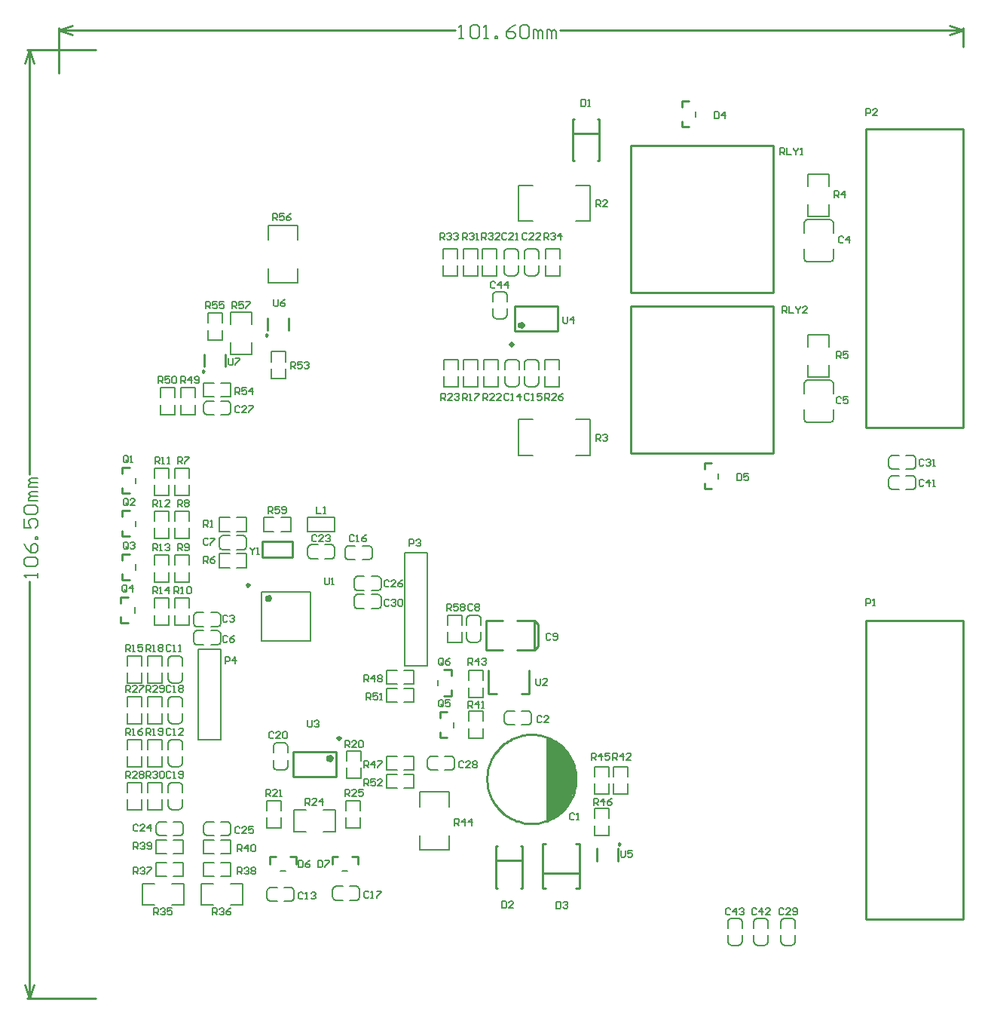
<source format=gto>
%FSLAX25Y25*%
%MOIN*%
G70*
G01*
G75*
G04 Layer_Color=65535*
%ADD10C,0.01000*%
%ADD11R,0.10799X0.08500*%
%ADD12O,0.02756X0.07480*%
%ADD13O,0.02756X0.08268*%
%ADD14O,0.07874X0.13780*%
%ADD15R,0.07087X0.10236*%
%ADD16R,0.04921X0.02756*%
%ADD17R,0.02756X0.04921*%
%ADD18R,0.07087X0.04449*%
%ADD19R,0.04449X0.07087*%
%ADD20R,0.10512X0.04724*%
%ADD21O,0.02756X0.07087*%
%ADD22R,0.01654X0.03937*%
%ADD23R,0.04921X0.13465*%
%ADD24R,0.03661X0.03858*%
%ADD25R,0.03858X0.03661*%
%ADD26O,0.07087X0.01102*%
%ADD27O,0.01102X0.07087*%
%ADD28R,0.10709X0.04567*%
%ADD29C,0.03937*%
%ADD30R,0.02362X0.05906*%
%ADD31R,0.07874X0.07874*%
%ADD32C,0.03150*%
%ADD33C,0.01969*%
%ADD34C,0.01181*%
%ADD35C,0.04724*%
%ADD36R,0.20500X1.22000*%
%ADD37R,0.44000X0.15500*%
%ADD38R,0.15000X0.07000*%
%ADD39R,0.23000X0.15000*%
%ADD40R,0.25000X0.15000*%
%ADD41C,0.05906*%
%ADD42C,0.12598*%
%ADD43O,0.10236X0.11811*%
%ADD44O,0.10236X0.11024*%
%ADD45C,0.07087*%
%ADD46C,0.11811*%
%ADD47R,0.05906X0.05906*%
%ADD48C,0.03000*%
%ADD49C,0.04000*%
%ADD50C,0.02756*%
%ADD51C,0.01575*%
%ADD52C,0.00984*%
%ADD53C,0.00787*%
%ADD54C,0.00500*%
%ADD55C,0.00600*%
G36*
X221000Y113000D02*
X225000Y109000D01*
X228000Y103000D01*
Y101000D01*
X229000Y100000D01*
X229000Y95000D01*
X228000Y93000D01*
Y91000D01*
X227000Y90000D01*
Y88000D01*
X225000Y86000D01*
X224000Y84000D01*
X221000Y81000D01*
X219000Y80000D01*
X216000Y79000D01*
Y115000D01*
X217000D01*
X221000Y113000D01*
D02*
G37*
D10*
X228685Y97000D02*
X228660Y97997D01*
X228584Y98992D01*
X228458Y99981D01*
X228282Y100963D01*
X228057Y101934D01*
X227782Y102893D01*
X227460Y103837D01*
X227090Y104763D01*
X226673Y105669D01*
X226212Y106553D01*
X225706Y107413D01*
X225157Y108245D01*
X224566Y109049D01*
X223936Y109822D01*
X223268Y110562D01*
X222562Y111268D01*
X221822Y111936D01*
X221049Y112566D01*
X220245Y113157D01*
X219413Y113706D01*
X218553Y114212D01*
X217669Y114673D01*
X216763Y115090D01*
X215837Y115460D01*
X214893Y115782D01*
X213934Y116057D01*
X212963Y116282D01*
X211981Y116458D01*
X210992Y116584D01*
X209997Y116660D01*
X209000Y116685D01*
X208003Y116660D01*
X207009Y116584D01*
X206019Y116458D01*
X205037Y116282D01*
X204066Y116057D01*
X203107Y115782D01*
X202163Y115460D01*
X201237Y115090D01*
X200331Y114673D01*
X199447Y114211D01*
X198587Y113706D01*
X197755Y113157D01*
X196951Y112566D01*
X196178Y111936D01*
X195438Y111268D01*
X194732Y110562D01*
X194064Y109822D01*
X193433Y109049D01*
X192843Y108245D01*
X192294Y107413D01*
X191788Y106553D01*
X191327Y105669D01*
X190910Y104763D01*
X190540Y103837D01*
X190218Y102893D01*
X189943Y101934D01*
X189718Y100962D01*
X189542Y99981D01*
X189416Y98992D01*
X189340Y97997D01*
X189315Y97000D01*
X189340Y96003D01*
X189416Y95008D01*
X189542Y94019D01*
X189718Y93037D01*
X189943Y92066D01*
X190218Y91107D01*
X190540Y90163D01*
X190910Y89237D01*
X191327Y88331D01*
X191788Y87447D01*
X192294Y86587D01*
X192843Y85755D01*
X193434Y84951D01*
X194064Y84178D01*
X194732Y83438D01*
X195438Y82732D01*
X196178Y82064D01*
X196951Y81433D01*
X197755Y80843D01*
X198587Y80294D01*
X199447Y79788D01*
X200331Y79327D01*
X201237Y78910D01*
X202163Y78540D01*
X203107Y78218D01*
X204066Y77943D01*
X205037Y77718D01*
X206019Y77542D01*
X207009Y77416D01*
X208003Y77340D01*
X209000Y77315D01*
X209997Y77340D01*
X210992Y77416D01*
X211981Y77542D01*
X212963Y77718D01*
X213934Y77943D01*
X214893Y78218D01*
X215837Y78540D01*
X216763Y78910D01*
X217669Y79327D01*
X218553Y79789D01*
X219413Y80294D01*
X220246Y80843D01*
X221049Y81434D01*
X221822Y82064D01*
X222562Y82732D01*
X223268Y83438D01*
X223936Y84178D01*
X224567Y84951D01*
X225157Y85755D01*
X225706Y86587D01*
X226212Y87447D01*
X226673Y88331D01*
X227090Y89237D01*
X227460Y90163D01*
X227782Y91107D01*
X228057Y92066D01*
X228282Y93037D01*
X228458Y94019D01*
X228584Y95009D01*
X228660Y96003D01*
X228685Y97000D01*
X213732Y48658D02*
X215307D01*
X213732D02*
Y68343D01*
X215307D01*
X228693Y48658D02*
X230268D01*
Y68343D01*
X228693D02*
X230268D01*
X213732Y55350D02*
X230268D01*
X-14000Y0D02*
X16217D01*
X-14000Y419291D02*
X16217D01*
X-13000Y0D02*
Y184453D01*
Y231639D02*
Y419291D01*
Y0D02*
X-11000Y6000D01*
X-15000D02*
X-13000Y0D01*
X-15000Y413291D02*
X-13000Y419291D01*
X-11000Y413291D01*
X0Y408980D02*
Y429000D01*
X400000Y420791D02*
Y429000D01*
X0Y428000D02*
X175307D01*
X221493D02*
X400000D01*
X0D02*
X6000Y426000D01*
X0Y428000D02*
X6000Y430000D01*
X394000D02*
X400000Y428000D01*
X394000Y426000D02*
X400000Y428000D01*
X208055Y134795D02*
Y145031D01*
X204512Y134795D02*
X208055D01*
X189945D02*
Y145031D01*
Y134795D02*
X193488D01*
X356906Y252362D02*
X400022D01*
X356906D02*
Y384252D01*
X400022Y252362D02*
Y384252D01*
X356906D02*
X400022D01*
X356906D02*
X365748D01*
X356906Y166929D02*
X365748D01*
X356906D02*
X400022D01*
Y35039D02*
Y166929D01*
X356906Y35039D02*
Y166929D01*
Y35039D02*
X400022D01*
X253000Y241000D02*
X316000D01*
X253000D02*
Y306000D01*
Y306181D02*
X316000D01*
Y241000D02*
Y306000D01*
Y312000D02*
Y377000D01*
X253000Y377181D02*
X316000D01*
X253000Y312000D02*
Y377000D01*
Y312000D02*
X316000D01*
X210236Y154004D02*
Y166996D01*
X188764D02*
X196350D01*
X188764Y154004D02*
X196350D01*
X202650Y166996D02*
X210236D01*
X188764Y154004D02*
Y166996D01*
X202650Y154004D02*
X210236D01*
X211953Y155776D02*
Y165224D01*
X210236Y154004D02*
X211953Y155776D01*
X210236Y166996D02*
X211953Y165224D01*
X275441Y394150D02*
Y396748D01*
Y394150D02*
Y396748D01*
Y394150D02*
Y396748D01*
X278650D01*
X275441Y385252D02*
X278650D01*
X275441D02*
Y387850D01*
X285441Y234150D02*
Y236748D01*
Y234150D02*
Y236748D01*
Y234150D02*
Y236748D01*
X288650D01*
X285441Y225252D02*
X288650D01*
X285441D02*
Y227850D01*
X102150Y62559D02*
X104748D01*
X102150D02*
X104748D01*
X102150D02*
X104748D01*
Y59350D02*
Y62559D01*
X93252Y59350D02*
Y62559D01*
X95850D01*
X129650D02*
X132248D01*
X129650D02*
X132248D01*
X129650D02*
X132248D01*
Y59350D02*
Y62559D01*
X120752Y59350D02*
Y62559D01*
X123350D01*
X27941Y232146D02*
Y234744D01*
Y232146D02*
Y234744D01*
Y232146D02*
Y234744D01*
X31150D01*
X27941Y223248D02*
X31150D01*
X27941D02*
Y225846D01*
Y213146D02*
Y215744D01*
Y213146D02*
Y215744D01*
Y213146D02*
Y215744D01*
X31150D01*
X27941Y204248D02*
X31150D01*
X27941D02*
Y206846D01*
X27866Y193870D02*
Y196469D01*
Y193870D02*
Y196469D01*
Y193870D02*
Y196469D01*
X31075D01*
X27866Y184972D02*
X31075D01*
X27866D02*
Y187571D01*
X27366Y174870D02*
Y177469D01*
Y174870D02*
Y177469D01*
Y174870D02*
Y177469D01*
X30575D01*
X27366Y165972D02*
X30575D01*
X27366D02*
Y168571D01*
X168441Y124150D02*
Y126748D01*
Y124150D02*
Y126748D01*
Y124150D02*
Y126748D01*
X171650D01*
X168441Y115252D02*
X171650D01*
X168441D02*
Y117850D01*
X173559Y133752D02*
Y136350D01*
Y133752D02*
Y136350D01*
Y133752D02*
Y136350D01*
X170350Y133752D02*
X173559D01*
X170350Y145248D02*
X173559D01*
Y142650D02*
Y145248D01*
X103551Y97988D02*
Y109012D01*
X122449Y97988D02*
Y109012D01*
X103551Y97988D02*
X122449D01*
X103551Y109012D02*
X122449D01*
X220449Y294988D02*
Y306012D01*
X201551Y294988D02*
Y306012D01*
X220449D01*
X201551Y294988D02*
X220449D01*
X237776Y60744D02*
Y66256D01*
X247224Y60744D02*
Y66256D01*
X101724Y295244D02*
Y300756D01*
X92276Y295244D02*
Y300756D01*
X73724Y279244D02*
Y284756D01*
X64276Y279244D02*
Y284756D01*
X216000Y79000D02*
Y115000D01*
X103193Y194957D02*
Y202043D01*
X89807Y194957D02*
Y202043D01*
X103193D01*
X89807Y194957D02*
X103193D01*
X238118Y370248D02*
X238906D01*
X227095D02*
X227882D01*
X227095Y388752D02*
X227882D01*
X238118D02*
X238906D01*
Y370248D02*
Y388752D01*
X227095Y382453D02*
X238906D01*
X227095Y370248D02*
Y388752D01*
X204118Y48748D02*
X204906D01*
X193095D02*
X193882D01*
X193095Y67252D02*
X193882D01*
X204118D02*
X204906D01*
Y48748D02*
Y67252D01*
X193095Y60953D02*
X204906D01*
X193095Y48748D02*
Y67252D01*
D34*
X124417Y114917D02*
X123827Y115508D01*
X123236Y114917D01*
X123827Y114327D01*
X124417Y114917D01*
X200764Y289083D02*
X200173Y289673D01*
X199583Y289083D01*
X200173Y288492D01*
X200764Y289083D01*
X84260Y182583D02*
X83669Y183173D01*
X83079Y182583D01*
X83669Y181992D01*
X84260Y182583D01*
D51*
X120480Y106256D02*
X119936Y107005D01*
X119056Y106719D01*
Y105793D01*
X119936Y105507D01*
X120480Y106256D01*
X205095Y297744D02*
X204550Y298493D01*
X203670Y298207D01*
Y297281D01*
X204550Y296995D01*
X205095Y297744D01*
X93315Y176972D02*
X92771Y177721D01*
X91891Y177435D01*
Y176510D01*
X92771Y176224D01*
X93315Y176972D01*
D52*
X248150Y68224D02*
X247411Y68651D01*
Y67798D01*
X248150Y68224D01*
X92335Y293276D02*
X91597Y293702D01*
Y292849D01*
X92335Y293276D01*
X64335Y277276D02*
X63596Y277702D01*
Y276849D01*
X64335Y277276D01*
D53*
X207469Y120890D02*
X208582Y121351D01*
X209043Y122465D01*
Y125535D02*
X208582Y126649D01*
X207469Y127110D01*
X198531Y127110D02*
X197418Y126649D01*
X196957Y125535D01*
X196957Y122465D02*
X197418Y121351D01*
X198531Y120890D01*
X69968Y164390D02*
X71082Y164851D01*
X71543Y165965D01*
Y169035D02*
X71082Y170149D01*
X69968Y170610D01*
X61032Y170610D02*
X59918Y170149D01*
X59457Y169035D01*
Y165965D02*
X59918Y164851D01*
X61032Y164390D01*
X69968Y156390D02*
X71082Y156851D01*
X71543Y157965D01*
Y161035D02*
X71082Y162149D01*
X69968Y162610D01*
X61032Y162610D02*
X59918Y162149D01*
X59457Y161035D01*
Y157965D02*
X59918Y156851D01*
X61032Y156390D01*
X72500Y204610D02*
X71386Y204149D01*
X70925Y203035D01*
Y199965D02*
X71386Y198851D01*
X72500Y198390D01*
X81437Y198390D02*
X82551Y198851D01*
X83012Y199965D01*
Y203035D02*
X82551Y204149D01*
X81437Y204610D01*
X186610Y167968D02*
X186149Y169082D01*
X185035Y169543D01*
X181965D02*
X180851Y169082D01*
X180390Y167968D01*
X180390Y159031D02*
X180851Y157918D01*
X181965Y157457D01*
X185035D02*
X186149Y157918D01*
X186610Y159031D01*
X54610Y149969D02*
X54149Y151082D01*
X53035Y151543D01*
X49965D02*
X48851Y151082D01*
X48390Y149969D01*
X48390Y141032D02*
X48851Y139918D01*
X49965Y139457D01*
X53035Y139457D02*
X54149Y139918D01*
X54610Y141032D01*
X54610Y112969D02*
X54149Y114082D01*
X53035Y114543D01*
X49965D02*
X48851Y114082D01*
X48390Y112969D01*
X48390Y104032D02*
X48851Y102918D01*
X49965Y102457D01*
X53035Y102457D02*
X54149Y102918D01*
X54610Y104032D01*
X102469Y42890D02*
X103582Y43351D01*
X104043Y44465D01*
Y47535D02*
X103582Y48649D01*
X102469Y49110D01*
X93532Y49110D02*
X92418Y48649D01*
X91957Y47535D01*
X91957Y44465D02*
X92418Y43351D01*
X93532Y42890D01*
X203610Y280968D02*
X203149Y282082D01*
X202035Y282543D01*
X198965D02*
X197851Y282082D01*
X197390Y280968D01*
X197390Y272031D02*
X197851Y270918D01*
X198965Y270457D01*
X202035Y270457D02*
X203149Y270918D01*
X203610Y272031D01*
X205890Y272031D02*
X206351Y270918D01*
X207465Y270457D01*
X210535D02*
X211649Y270918D01*
X212110Y272031D01*
X212110Y280968D02*
X211649Y282082D01*
X210535Y282543D01*
X207465Y282543D02*
X206351Y282082D01*
X205890Y280968D01*
X128032Y200110D02*
X126918Y199649D01*
X126457Y198535D01*
Y195465D02*
X126918Y194351D01*
X128032Y193890D01*
X136969Y193890D02*
X138082Y194351D01*
X138543Y195465D01*
Y198535D02*
X138082Y199649D01*
X136969Y200110D01*
X131468Y43390D02*
X132582Y43851D01*
X133043Y44965D01*
Y48035D02*
X132582Y49149D01*
X131468Y49610D01*
X122531Y49610D02*
X121418Y49149D01*
X120957Y48035D01*
X120957Y44965D02*
X121418Y43851D01*
X122531Y43390D01*
X54610Y131968D02*
X54149Y133082D01*
X53035Y133543D01*
X49965D02*
X48851Y133082D01*
X48390Y131968D01*
X48390Y123031D02*
X48851Y121918D01*
X49965Y121457D01*
X53035Y121457D02*
X54149Y121918D01*
X54610Y123031D01*
X54610Y93968D02*
X54149Y95082D01*
X53035Y95543D01*
X49965D02*
X48851Y95082D01*
X48390Y93968D01*
X48390Y85031D02*
X48851Y83918D01*
X49965Y83457D01*
X53035Y83457D02*
X54149Y83918D01*
X54610Y85031D01*
X94890Y102532D02*
X95351Y101418D01*
X96465Y100957D01*
X99535D02*
X100649Y101418D01*
X101110Y102532D01*
X101110Y111469D02*
X100649Y112582D01*
X99535Y113043D01*
X96465Y113043D02*
X95351Y112582D01*
X94890Y111469D01*
X196890Y321031D02*
X197351Y319918D01*
X198465Y319457D01*
X201535D02*
X202649Y319918D01*
X203110Y321031D01*
X203110Y329969D02*
X202649Y331082D01*
X201535Y331543D01*
X198465Y331543D02*
X197351Y331082D01*
X196890Y329969D01*
X212110Y329969D02*
X211649Y331082D01*
X210535Y331543D01*
X207465D02*
X206351Y331082D01*
X205890Y329969D01*
X205890Y321031D02*
X206351Y319918D01*
X207465Y319457D01*
X210535Y319457D02*
X211649Y319918D01*
X212110Y321031D01*
X120468Y194390D02*
X121582Y194851D01*
X122043Y195965D01*
Y199035D02*
X121582Y200149D01*
X120468Y200610D01*
X111531Y200610D02*
X110418Y200149D01*
X109957Y199035D01*
X109957Y195965D02*
X110418Y194851D01*
X111531Y194390D01*
X53469Y71890D02*
X54582Y72351D01*
X55043Y73465D01*
Y76535D02*
X54582Y77649D01*
X53469Y78110D01*
X44532Y78110D02*
X43418Y77649D01*
X42957Y76535D01*
Y73465D02*
X43418Y72351D01*
X44532Y71890D01*
X65531Y78110D02*
X64418Y77649D01*
X63957Y76535D01*
Y73465D02*
X64418Y72351D01*
X65531Y71890D01*
X74468Y71890D02*
X75582Y72351D01*
X76043Y73465D01*
Y76535D02*
X75582Y77649D01*
X74468Y78110D01*
X132032Y186610D02*
X130918Y186149D01*
X130457Y185035D01*
Y181965D02*
X130918Y180851D01*
X132032Y180390D01*
X140969Y180390D02*
X142082Y180851D01*
X142543Y181965D01*
Y185035D02*
X142082Y186149D01*
X140969Y186610D01*
X65531Y264110D02*
X64418Y263649D01*
X63957Y262535D01*
Y259465D02*
X64418Y258351D01*
X65531Y257890D01*
X74468Y257890D02*
X75582Y258351D01*
X76043Y259465D01*
Y262535D02*
X75582Y263649D01*
X74468Y264110D01*
X164532Y107110D02*
X163418Y106649D01*
X162957Y105535D01*
Y102465D02*
X163418Y101351D01*
X164532Y100890D01*
X173468Y100890D02*
X174582Y101351D01*
X175043Y102465D01*
Y105535D02*
X174582Y106649D01*
X173468Y107110D01*
X325610Y33968D02*
X325149Y35082D01*
X324035Y35543D01*
X320965D02*
X319851Y35082D01*
X319390Y33968D01*
X319390Y25032D02*
X319851Y23918D01*
X320965Y23457D01*
X324035D02*
X325149Y23918D01*
X325610Y25032D01*
X132032Y178610D02*
X130918Y178149D01*
X130457Y177035D01*
Y173965D02*
X130918Y172851D01*
X132032Y172390D01*
X140969Y172390D02*
X142082Y172851D01*
X142543Y173965D01*
Y177035D02*
X142082Y178149D01*
X140969Y178610D01*
X377468Y233890D02*
X378582Y234351D01*
X379043Y235465D01*
Y238535D02*
X378582Y239649D01*
X377468Y240110D01*
X368531Y240110D02*
X367418Y239649D01*
X366957Y238535D01*
X366957Y235465D02*
X367418Y234351D01*
X368531Y233890D01*
X377468Y224890D02*
X378582Y225351D01*
X379043Y226465D01*
Y229535D02*
X378582Y230649D01*
X377468Y231110D01*
X368531Y231110D02*
X367418Y230649D01*
X366957Y229535D01*
X366957Y226465D02*
X367418Y225351D01*
X368531Y224890D01*
X307390Y25032D02*
X307851Y23918D01*
X308965Y23457D01*
X312035D02*
X313149Y23918D01*
X313610Y25032D01*
X313610Y33968D02*
X313149Y35082D01*
X312035Y35543D01*
X308965D02*
X307851Y35082D01*
X307390Y33968D01*
X302110Y33968D02*
X301649Y35082D01*
X300535Y35543D01*
X297465D02*
X296351Y35082D01*
X295890Y33968D01*
X295890Y25032D02*
X296351Y23918D01*
X297465Y23457D01*
X300535D02*
X301649Y23918D01*
X302110Y25032D01*
X198110Y310968D02*
X197649Y312082D01*
X196535Y312543D01*
X193465D02*
X192351Y312082D01*
X191890Y310968D01*
X191890Y302031D02*
X192351Y300918D01*
X193465Y300457D01*
X196535D02*
X197649Y300918D01*
X198110Y302031D01*
X331039Y344272D02*
X329926Y343810D01*
X329465Y342697D01*
X342535D02*
X342074Y343810D01*
X340961Y344272D01*
Y325728D02*
X342074Y326190D01*
X342535Y327303D01*
X329465D02*
X329926Y326190D01*
X331039Y325728D01*
Y273272D02*
X329926Y272810D01*
X329465Y271697D01*
X342535D02*
X342074Y272810D01*
X340961Y273272D01*
Y254728D02*
X342074Y255190D01*
X342535Y256303D01*
X329465D02*
X329926Y255190D01*
X331039Y254728D01*
X153000Y147000D02*
X163000D01*
X153000D02*
Y197000D01*
X163000Y147000D02*
Y197000D01*
X153000D02*
X163000D01*
X281543Y389819D02*
Y392181D01*
X291543Y229819D02*
Y232181D01*
X97819Y56457D02*
X100181D01*
X125319D02*
X127681D01*
X34043Y227815D02*
Y230177D01*
Y208815D02*
Y211177D01*
X33969Y189539D02*
Y191902D01*
X33469Y170539D02*
Y172902D01*
X174543Y119819D02*
Y122181D01*
X167457Y138319D02*
Y140681D01*
X331276Y345728D02*
Y351063D01*
Y364272D02*
X340724D01*
X331276Y345728D02*
X340724D01*
Y351063D01*
Y358937D02*
Y364272D01*
X331276Y358937D02*
Y364272D01*
Y274728D02*
Y280063D01*
Y293272D02*
X340724D01*
X331276Y274728D02*
X340724D01*
Y280063D01*
Y287937D02*
Y293272D01*
X331276Y287937D02*
Y293272D01*
X116937Y73776D02*
X122272D01*
X103728D02*
Y83224D01*
X122272Y73776D02*
Y83224D01*
X116937D02*
X122272D01*
X103728D02*
X109063D01*
X103728Y73776D02*
X109063D01*
X36728Y50724D02*
X42063D01*
X55272Y41276D02*
Y50724D01*
X36728Y41276D02*
Y50724D01*
Y41276D02*
X42063D01*
X49937D02*
X55272D01*
X49937Y50724D02*
X55272D01*
X75937Y41276D02*
X81272D01*
X62728D02*
Y50724D01*
X81272Y41276D02*
Y50724D01*
X75937D02*
X81272D01*
X62728D02*
X68063D01*
X62728Y41276D02*
X68063D01*
X172437Y84799D02*
Y91256D01*
X159563Y65744D02*
X172437D01*
X159563Y91256D02*
X172437D01*
Y65744D02*
Y72201D01*
X159563Y84799D02*
Y91256D01*
Y65744D02*
Y72201D01*
X105437Y335299D02*
Y341756D01*
X92563Y316244D02*
X105437D01*
X92563Y341756D02*
X105437D01*
Y316244D02*
Y322701D01*
X92563Y335299D02*
Y341756D01*
Y316244D02*
Y322701D01*
X75776Y284728D02*
Y290063D01*
X75776Y303272D02*
X85224D01*
X75776Y284728D02*
X85224D01*
Y290063D01*
Y297937D02*
X85224Y303272D01*
X75776D02*
X75776Y297937D01*
X228449Y343587D02*
X234846D01*
X203154D02*
Y359413D01*
X234846Y343587D02*
Y359413D01*
X228449D02*
X234846D01*
X203154Y343587D02*
X209551D01*
X203154Y359413D02*
X209551D01*
X203154Y255913D02*
X209551D01*
X234846Y240087D02*
Y255913D01*
X203154Y240087D02*
Y255913D01*
Y240087D02*
X209551D01*
X228449Y255913D02*
X234846D01*
X228449Y240087D02*
X234846D01*
X204575Y127110D02*
X207469D01*
X198531D02*
X201425D01*
X198531Y120890D02*
X201425D01*
X209043Y122465D02*
Y125535D01*
X196957Y122465D02*
Y125535D01*
X204575Y120890D02*
X207469D01*
X67075Y170610D02*
X69968D01*
X61031D02*
X63925D01*
X61031Y164390D02*
X63925D01*
X71543Y165965D02*
Y169035D01*
X59457Y165965D02*
Y169035D01*
X67075Y164390D02*
X69968D01*
X67075Y162610D02*
X69969D01*
X61031D02*
X63925D01*
X61031Y156390D02*
X63925D01*
X71543Y157965D02*
Y161035D01*
X59457Y157965D02*
Y161035D01*
X67075Y156390D02*
X69969D01*
X72500Y198390D02*
X75394D01*
X78543D02*
X81437D01*
X78543Y204610D02*
X81437D01*
X70925Y199965D02*
Y203035D01*
X83012Y199965D02*
Y203035D01*
X72500Y204610D02*
X75394D01*
X180390Y165075D02*
Y167969D01*
Y159031D02*
Y161925D01*
X186610Y159031D02*
Y161925D01*
X181965Y169543D02*
X185035D01*
X181965Y157457D02*
X185035D01*
X186610Y165075D02*
Y167969D01*
X48390Y147075D02*
Y149969D01*
Y141032D02*
Y143925D01*
X54610Y141032D02*
Y143925D01*
X49965Y151543D02*
X53035D01*
X49965Y139457D02*
X53035D01*
X54610Y147075D02*
Y149969D01*
X48390Y110075D02*
Y112969D01*
Y104032D02*
Y106925D01*
X54610Y104032D02*
Y106925D01*
X49965Y114543D02*
X53035D01*
X49965Y102457D02*
X53035D01*
X54610Y110075D02*
Y112969D01*
X99575Y49110D02*
X102469D01*
X93531D02*
X96425D01*
X93531Y42890D02*
X96425D01*
X104043Y44465D02*
Y47535D01*
X91957Y44465D02*
Y47535D01*
X99575Y42890D02*
X102469D01*
X197390Y278075D02*
Y280969D01*
Y272031D02*
Y274925D01*
X203610Y272031D02*
Y274925D01*
X198965Y282543D02*
X202035D01*
X198965Y270457D02*
X202035D01*
X203610Y278075D02*
Y280969D01*
X212110Y272032D02*
Y274925D01*
Y278075D02*
Y280969D01*
X205890Y278075D02*
Y280969D01*
X207465Y270457D02*
X210535D01*
X207465Y282543D02*
X210535D01*
X205890Y272032D02*
Y274925D01*
X128032Y193890D02*
X130925D01*
X134075D02*
X136969D01*
X134075Y200110D02*
X136969D01*
X126457Y195465D02*
Y198535D01*
X138543Y195465D02*
Y198535D01*
X128032Y200110D02*
X130925D01*
X128575Y49610D02*
X131469D01*
X122531D02*
X125425D01*
X122531Y43390D02*
X125425D01*
X133043Y44965D02*
Y48035D01*
X120957Y44965D02*
Y48035D01*
X128575Y43390D02*
X131469D01*
X48390Y129075D02*
Y131968D01*
Y123031D02*
Y125925D01*
X54610Y123031D02*
Y125925D01*
X49965Y133543D02*
X53035D01*
X49965Y121457D02*
X53035D01*
X54610Y129075D02*
Y131968D01*
X48390Y91075D02*
Y93968D01*
Y85031D02*
Y87925D01*
X54610Y85031D02*
Y87925D01*
X49965Y95543D02*
X53035D01*
X49965Y83457D02*
X53035D01*
X54610Y91075D02*
Y93968D01*
X101110Y102532D02*
Y105425D01*
Y108575D02*
Y111469D01*
X94890Y108575D02*
Y111469D01*
X96465Y100957D02*
X99535D01*
X96465Y113043D02*
X99535D01*
X94890Y102532D02*
Y105425D01*
X203110Y321032D02*
Y323925D01*
Y327075D02*
Y329969D01*
X196890Y327075D02*
Y329969D01*
X198465Y319457D02*
X201535D01*
X198465Y331543D02*
X201535D01*
X196890Y321032D02*
Y323925D01*
X205890Y327075D02*
Y329969D01*
Y321031D02*
Y323925D01*
X212110Y321031D02*
Y323925D01*
X207465Y331543D02*
X210535D01*
X207465Y319457D02*
X210535D01*
X212110Y327075D02*
Y329969D01*
X117575Y200610D02*
X120469D01*
X111531D02*
X114425D01*
X111531Y194390D02*
X114425D01*
X122043Y195965D02*
Y199035D01*
X109957Y195965D02*
Y199035D01*
X117575Y194390D02*
X120469D01*
X50575Y78110D02*
X53469D01*
X44531D02*
X47425D01*
X44531Y71890D02*
X47425D01*
X55043Y73465D02*
Y76535D01*
X42957Y73465D02*
Y76535D01*
X50575Y71890D02*
X53469D01*
X65531D02*
X68425D01*
X71575D02*
X74469D01*
X71575Y78110D02*
X74469D01*
X63957Y73465D02*
Y76535D01*
X76043Y73465D02*
Y76535D01*
X65531Y78110D02*
X68425D01*
X132032Y180390D02*
X134925D01*
X138075D02*
X140969D01*
X138075Y186610D02*
X140969D01*
X130457Y181965D02*
Y185035D01*
X142543Y181965D02*
Y185035D01*
X132032Y186610D02*
X134925D01*
X65531Y257890D02*
X68425D01*
X71575D02*
X74469D01*
X71575Y264110D02*
X74469D01*
X63957Y259465D02*
Y262535D01*
X76043Y259465D02*
Y262535D01*
X65531Y264110D02*
X68425D01*
X164531Y100890D02*
X167425D01*
X170575D02*
X173469D01*
X170575Y107110D02*
X173469D01*
X162957Y102465D02*
Y105535D01*
X175043Y102465D02*
Y105535D01*
X164531Y107110D02*
X167425D01*
X319390Y31075D02*
Y33969D01*
Y25031D02*
Y27925D01*
X325610Y25031D02*
Y27925D01*
X320965Y35543D02*
X324035D01*
X320965Y23457D02*
X324035D01*
X325610Y31075D02*
Y33969D01*
X132032Y172390D02*
X134925D01*
X138075D02*
X140969D01*
X138075Y178610D02*
X140969D01*
X130457Y173965D02*
Y177035D01*
X142543Y173965D02*
Y177035D01*
X132032Y178610D02*
X134925D01*
X374575Y240110D02*
X377469D01*
X368531D02*
X371425D01*
X368531Y233890D02*
X371425D01*
X379043Y235465D02*
Y238535D01*
X366957Y235465D02*
Y238535D01*
X374575Y233890D02*
X377469D01*
X374575Y231110D02*
X377469D01*
X368531D02*
X371425D01*
X368531Y224890D02*
X371425D01*
X379043Y226465D02*
Y229535D01*
X366957Y226465D02*
Y229535D01*
X374575Y224890D02*
X377469D01*
X313610Y25032D02*
Y27925D01*
Y31075D02*
Y33969D01*
X307390Y31075D02*
Y33969D01*
X308965Y23457D02*
X312035D01*
X308965Y35543D02*
X312035D01*
X307390Y25032D02*
Y27925D01*
X295890Y31075D02*
Y33969D01*
Y25031D02*
Y27925D01*
X302110Y25031D02*
Y27925D01*
X297465Y35543D02*
X300535D01*
X297465Y23457D02*
X300535D01*
X302110Y31075D02*
Y33969D01*
X191890Y308075D02*
Y310968D01*
Y302031D02*
Y304925D01*
X198110Y302031D02*
Y304925D01*
X193465Y312543D02*
X196535D01*
X193465Y300457D02*
X196535D01*
X198110Y308075D02*
Y310968D01*
X70925Y196610D02*
X75394D01*
X78543D02*
X83012D01*
X70925Y190390D02*
X75394D01*
X83012D02*
Y196610D01*
X70925Y190390D02*
Y196610D01*
X78543Y190390D02*
X83012D01*
X51390Y222457D02*
Y226925D01*
Y230075D02*
Y234543D01*
X57610Y222457D02*
Y226925D01*
X51390Y234543D02*
X57610D01*
X51390Y222457D02*
X57610D01*
Y230075D02*
Y234543D01*
X51390Y203457D02*
Y207925D01*
Y211075D02*
Y215543D01*
X57610Y203457D02*
Y207925D01*
X51390Y215543D02*
X57610D01*
X51390Y203457D02*
X57610D01*
Y211075D02*
Y215543D01*
X51390Y183957D02*
Y188425D01*
Y191575D02*
Y196043D01*
X57610Y183957D02*
Y188425D01*
X51390Y196043D02*
X57610D01*
X51390Y183957D02*
X57610D01*
Y191575D02*
Y196043D01*
X51390Y164957D02*
Y169425D01*
Y172575D02*
Y177043D01*
X57610Y164957D02*
Y169425D01*
X51390Y177043D02*
X57610D01*
X51390Y164957D02*
X57610D01*
Y172575D02*
Y177043D01*
X42390Y222457D02*
Y226925D01*
Y230075D02*
Y234543D01*
X48610Y222457D02*
Y226925D01*
X42390Y234543D02*
X48610D01*
X42390Y222457D02*
X48610D01*
Y230075D02*
Y234543D01*
X42390Y203457D02*
Y207925D01*
Y211075D02*
Y215543D01*
X48610Y203457D02*
Y207925D01*
X42390Y215543D02*
X48610D01*
X42390Y203457D02*
X48610D01*
Y211075D02*
Y215543D01*
X42390Y183957D02*
Y188425D01*
Y191575D02*
Y196043D01*
X48610Y183957D02*
Y188425D01*
X42390Y196043D02*
X48610D01*
X42390Y183957D02*
X48610D01*
Y191575D02*
Y196043D01*
X42390Y164957D02*
Y169425D01*
Y172575D02*
Y177043D01*
X48610Y164957D02*
Y169425D01*
X42390Y177043D02*
X48610D01*
X42390Y164957D02*
X48610D01*
Y172575D02*
Y177043D01*
X36610Y147075D02*
Y151543D01*
Y139457D02*
Y143925D01*
X30390Y147075D02*
Y151543D01*
Y139457D02*
X36610D01*
X30390Y151543D02*
X36610D01*
X30390Y139457D02*
Y143925D01*
X36610Y110075D02*
Y114543D01*
Y102457D02*
Y106925D01*
X30390Y110075D02*
Y114543D01*
Y102457D02*
X36610D01*
X30390Y114543D02*
X36610D01*
X30390Y102457D02*
Y106925D01*
X185110Y278075D02*
Y282543D01*
Y270457D02*
Y274925D01*
X178890Y278075D02*
Y282543D01*
Y270457D02*
X185110D01*
X178890Y282543D02*
X185110D01*
X178890Y270457D02*
Y274925D01*
X45610Y147075D02*
Y151543D01*
Y139457D02*
Y143925D01*
X39390Y147075D02*
Y151543D01*
Y139457D02*
X45610D01*
X39390Y151543D02*
X45610D01*
X39390Y139457D02*
Y143925D01*
X45610Y110075D02*
Y114543D01*
Y102457D02*
Y106925D01*
X39390Y110075D02*
Y114543D01*
Y102457D02*
X45610D01*
X39390Y114543D02*
X45610D01*
X39390Y102457D02*
Y106925D01*
X133610Y105075D02*
Y109543D01*
Y97457D02*
Y101925D01*
X127390Y105075D02*
Y109543D01*
Y97457D02*
X133610D01*
X127390Y109543D02*
X133610D01*
X127390Y97457D02*
Y101925D01*
X91890Y75457D02*
Y79925D01*
Y83075D02*
Y87543D01*
X98110Y75457D02*
Y79925D01*
X91890Y87543D02*
X98110D01*
X91890Y75457D02*
X98110D01*
Y83075D02*
Y87543D01*
X194110Y278075D02*
Y282543D01*
Y270457D02*
Y274925D01*
X187890Y278075D02*
Y282543D01*
Y270457D02*
X194110D01*
X187890Y282543D02*
X194110D01*
X187890Y270457D02*
Y274925D01*
X176610Y278075D02*
Y282543D01*
Y270457D02*
Y274925D01*
X170390Y278075D02*
Y282543D01*
Y270457D02*
X176610D01*
X170390Y282543D02*
X176610D01*
X170390Y270457D02*
Y274925D01*
X126890Y75457D02*
Y79925D01*
Y83075D02*
Y87543D01*
X133110Y75457D02*
Y79925D01*
X126890Y87543D02*
X133110D01*
X126890Y75457D02*
X133110D01*
Y83075D02*
Y87543D01*
X221110Y278075D02*
Y282543D01*
Y270457D02*
Y274925D01*
X214890Y278075D02*
Y282543D01*
Y270457D02*
X221110D01*
X214890Y282543D02*
X221110D01*
X214890Y270457D02*
Y274925D01*
X36610Y129075D02*
Y133543D01*
Y121457D02*
Y125925D01*
X30390Y129075D02*
Y133543D01*
Y121457D02*
X36610D01*
X30390Y133543D02*
X36610D01*
X30390Y121457D02*
Y125925D01*
X36610Y91075D02*
Y95543D01*
Y83457D02*
Y87925D01*
X30390Y91075D02*
Y95543D01*
Y83457D02*
X36610D01*
X30390Y95543D02*
X36610D01*
X30390Y83457D02*
Y87925D01*
X45610Y129075D02*
Y133543D01*
Y121457D02*
Y125925D01*
X39390Y129075D02*
Y133543D01*
Y121457D02*
X45610D01*
X39390Y133543D02*
X45610D01*
X39390Y121457D02*
Y125925D01*
X45610Y91075D02*
Y95543D01*
Y83457D02*
Y87925D01*
X39390Y91075D02*
Y95543D01*
Y83457D02*
X45610D01*
X39390Y95543D02*
X45610D01*
X39390Y83457D02*
Y87925D01*
X178890Y319457D02*
Y323925D01*
Y327075D02*
Y331543D01*
X185110Y319457D02*
Y323925D01*
X178890Y331543D02*
X185110D01*
X178890Y319457D02*
X185110D01*
Y327075D02*
Y331543D01*
X187390Y319457D02*
Y323925D01*
Y327075D02*
Y331543D01*
X193610Y319457D02*
Y323925D01*
X187390Y331543D02*
X193610D01*
X187390Y319457D02*
X193610D01*
Y327075D02*
Y331543D01*
X169890Y319457D02*
Y323925D01*
Y327075D02*
Y331543D01*
X176110Y319457D02*
Y323925D01*
X169890Y331543D02*
X176110D01*
X169890Y319457D02*
X176110D01*
Y327075D02*
Y331543D01*
X215390Y319457D02*
Y323925D01*
Y327075D02*
Y331543D01*
X221610Y319457D02*
Y323925D01*
X215390Y331543D02*
X221610D01*
X215390Y319457D02*
X221610D01*
Y327075D02*
Y331543D01*
X50575Y53890D02*
X55043D01*
X42957D02*
X47425D01*
X50575Y60110D02*
X55043D01*
X42957Y53890D02*
Y60110D01*
X55043Y53890D02*
Y60110D01*
X42957D02*
X47425D01*
X63957D02*
X68425D01*
X71575D02*
X76043D01*
X63957Y53890D02*
X68425D01*
X76043D02*
Y60110D01*
X63957Y53890D02*
Y60110D01*
X71575Y53890D02*
X76043D01*
X50575Y63890D02*
X55043D01*
X42957D02*
X47425D01*
X50575Y70110D02*
X55043D01*
X42957Y63890D02*
Y70110D01*
X55043Y63890D02*
Y70110D01*
X42957D02*
X47425D01*
X63957D02*
X68425D01*
X71575D02*
X76043D01*
X63957Y63890D02*
X68425D01*
X76043D02*
Y70110D01*
X63957Y63890D02*
Y70110D01*
X71575Y63890D02*
X76043D01*
X181390Y114957D02*
Y119425D01*
Y122575D02*
Y127043D01*
X187610Y114957D02*
Y119425D01*
X181390Y127043D02*
X187610D01*
X181390Y114957D02*
X187610D01*
Y122575D02*
Y127043D01*
X245390Y90457D02*
Y94925D01*
Y98075D02*
Y102543D01*
X251610Y90457D02*
Y94925D01*
X245390Y102543D02*
X251610D01*
X245390Y90457D02*
X251610D01*
Y98075D02*
Y102543D01*
X187610Y140575D02*
Y145043D01*
Y132957D02*
Y137425D01*
X181390Y140575D02*
Y145043D01*
Y132957D02*
X187610D01*
X181390Y145043D02*
X187610D01*
X181390Y132957D02*
Y137425D01*
X236890Y90457D02*
Y94925D01*
Y98075D02*
Y102543D01*
X243110Y90457D02*
Y94925D01*
X236890Y102543D02*
X243110D01*
X236890Y90457D02*
X243110D01*
Y98075D02*
Y102543D01*
X236890Y71957D02*
Y76425D01*
Y79575D02*
Y84043D01*
X243110Y71957D02*
Y76425D01*
X236890Y84043D02*
X243110D01*
X236890Y71957D02*
X243110D01*
Y79575D02*
Y84043D01*
X152575Y100890D02*
X157043D01*
X144957D02*
X149425D01*
X152575Y107110D02*
X157043D01*
X144957Y100890D02*
Y107110D01*
X157043Y100890D02*
Y107110D01*
X144957D02*
X149425D01*
X144957Y145110D02*
X149425D01*
X152575D02*
X157043D01*
X144957Y138890D02*
X149425D01*
X157043D02*
Y145110D01*
X144957Y138890D02*
Y145110D01*
X152575Y138890D02*
X157043D01*
X60110Y265575D02*
Y270043D01*
Y257957D02*
Y262425D01*
X53890Y265575D02*
Y270043D01*
Y257957D02*
X60110D01*
X53890Y270043D02*
X60110D01*
X53890Y257957D02*
Y262425D01*
X51110Y265575D02*
Y270043D01*
Y257957D02*
Y262425D01*
X44890Y265575D02*
Y270043D01*
Y257957D02*
X51110D01*
X44890Y270043D02*
X51110D01*
X44890Y257957D02*
Y262425D01*
X144957Y137110D02*
X149425D01*
X152575D02*
X157043D01*
X144957Y130890D02*
X149425D01*
X157043D02*
Y137110D01*
X144957Y130890D02*
Y137110D01*
X152575Y130890D02*
X157043D01*
X144957Y99110D02*
X149425D01*
X152575D02*
X157043D01*
X144957Y92890D02*
X149425D01*
X157043D02*
Y99110D01*
X144957Y92890D02*
Y99110D01*
X152575Y92890D02*
X157043D01*
X100110Y281543D02*
Y286012D01*
Y273925D02*
Y278394D01*
X93890Y281543D02*
Y286012D01*
Y273925D02*
X100110D01*
X93890Y286012D02*
X100110D01*
X93890Y273925D02*
Y278394D01*
X63957Y272110D02*
X68425D01*
X71575D02*
X76043D01*
X63957Y265890D02*
X68425D01*
X76043D02*
Y272110D01*
X63957Y265890D02*
Y272110D01*
X71575Y265890D02*
X76043D01*
X72110Y298575D02*
Y303043D01*
Y290957D02*
Y295425D01*
X65890Y298575D02*
Y303043D01*
Y290957D02*
X72110D01*
X65890Y303043D02*
X72110D01*
X65890Y290957D02*
Y295425D01*
X90457Y212610D02*
X94925D01*
X98075D02*
X102543D01*
X90457Y206390D02*
X94925D01*
X102543D02*
Y212610D01*
X90457Y206390D02*
Y212610D01*
X98075Y206390D02*
X102543D01*
X178110Y165075D02*
Y169543D01*
Y157457D02*
Y161925D01*
X171890Y165075D02*
Y169543D01*
Y157457D02*
X178110D01*
X171890Y169543D02*
X178110D01*
X171890Y157457D02*
Y161925D01*
X109957Y206390D02*
Y212610D01*
Y206390D02*
X122043D01*
Y212610D01*
X109957D02*
X122043D01*
X89673Y158173D02*
Y179827D01*
X111327Y158173D02*
Y179827D01*
X89673D02*
X111327D01*
X89673Y158173D02*
X111327D01*
X342535Y327303D02*
Y331457D01*
Y338543D02*
Y342697D01*
X329465Y338543D02*
Y342697D01*
Y327303D02*
Y331457D01*
X331039Y344272D02*
X340961D01*
X331039Y325728D02*
X340961D01*
X342535Y256303D02*
Y260457D01*
Y267543D02*
Y271697D01*
X329465Y267543D02*
Y271697D01*
Y256303D02*
Y260457D01*
X331039Y273272D02*
X340961D01*
X331039Y254728D02*
X340961D01*
X61500Y114500D02*
X71500D01*
X61500D02*
Y154500D01*
X71500Y114500D02*
Y154500D01*
X61500D02*
X71500D01*
X78543Y206390D02*
X83012D01*
X70925D02*
X75394D01*
X78543Y212610D02*
X83012D01*
X70925Y206390D02*
Y212610D01*
X83012Y206390D02*
Y212610D01*
X70925D02*
X75394D01*
D54*
X192999Y316499D02*
X192499Y316999D01*
X191500D01*
X191000Y316499D01*
Y314500D01*
X191500Y314000D01*
X192499D01*
X192999Y314500D01*
X195499Y314000D02*
Y316999D01*
X193999Y315499D01*
X195998D01*
X198498Y314000D02*
Y316999D01*
X196998Y315499D01*
X198997D01*
X296999Y39499D02*
X296499Y39999D01*
X295500D01*
X295000Y39499D01*
Y37500D01*
X295500Y37000D01*
X296499D01*
X296999Y37500D01*
X299499Y37000D02*
Y39999D01*
X297999Y38500D01*
X299998D01*
X300998Y39499D02*
X301498Y39999D01*
X302498D01*
X302997Y39499D01*
Y38999D01*
X302498Y38500D01*
X301998D01*
X302498D01*
X302997Y38000D01*
Y37500D01*
X302498Y37000D01*
X301498D01*
X300998Y37500D01*
X308499Y39499D02*
X307999Y39999D01*
X307000D01*
X306500Y39499D01*
Y37500D01*
X307000Y37000D01*
X307999D01*
X308499Y37500D01*
X310999Y37000D02*
Y39999D01*
X309499Y38500D01*
X311498D01*
X314497Y37000D02*
X312498D01*
X314497Y38999D01*
Y39499D01*
X313998Y39999D01*
X312998D01*
X312498Y39499D01*
X382499Y228999D02*
X381999Y229499D01*
X381000D01*
X380500Y228999D01*
Y227000D01*
X381000Y226500D01*
X381999D01*
X382499Y227000D01*
X384998Y226500D02*
Y229499D01*
X383499Y227999D01*
X385498D01*
X386498Y226500D02*
X387498D01*
X386998D01*
Y229499D01*
X386498Y228999D01*
X227999Y81499D02*
X227500Y81999D01*
X226500D01*
X226000Y81499D01*
Y79500D01*
X226500Y79000D01*
X227500D01*
X227999Y79500D01*
X228999Y79000D02*
X229999D01*
X229499D01*
Y81999D01*
X228999Y81499D01*
X213499Y124499D02*
X213000Y124999D01*
X212000D01*
X211500Y124499D01*
Y122500D01*
X212000Y122000D01*
X213000D01*
X213499Y122500D01*
X216498Y122000D02*
X214499D01*
X216498Y123999D01*
Y124499D01*
X215999Y124999D01*
X214999D01*
X214499Y124499D01*
X74499Y168999D02*
X74000Y169499D01*
X73000D01*
X72500Y168999D01*
Y167000D01*
X73000Y166500D01*
X74000D01*
X74499Y167000D01*
X75499Y168999D02*
X75999Y169499D01*
X76999D01*
X77498Y168999D01*
Y168499D01*
X76999Y167999D01*
X76499D01*
X76999D01*
X77498Y167500D01*
Y167000D01*
X76999Y166500D01*
X75999D01*
X75499Y167000D01*
X346999Y336499D02*
X346499Y336999D01*
X345500D01*
X345000Y336499D01*
Y334500D01*
X345500Y334000D01*
X346499D01*
X346999Y334500D01*
X349499Y334000D02*
Y336999D01*
X347999Y335500D01*
X349998D01*
X345999Y265499D02*
X345499Y265999D01*
X344500D01*
X344000Y265499D01*
Y263500D01*
X344500Y263000D01*
X345499D01*
X345999Y263500D01*
X348998Y265999D02*
X346999D01*
Y264499D01*
X347999Y264999D01*
X348499D01*
X348998Y264499D01*
Y263500D01*
X348499Y263000D01*
X347499D01*
X346999Y263500D01*
X74499Y159999D02*
X74000Y160499D01*
X73000D01*
X72500Y159999D01*
Y158000D01*
X73000Y157500D01*
X74000D01*
X74499Y158000D01*
X77498Y160499D02*
X76499Y159999D01*
X75499Y159000D01*
Y158000D01*
X75999Y157500D01*
X76999D01*
X77498Y158000D01*
Y158500D01*
X76999Y159000D01*
X75499D01*
X65968Y202999D02*
X65468Y203499D01*
X64468D01*
X63969Y202999D01*
Y201000D01*
X64468Y200500D01*
X65468D01*
X65968Y201000D01*
X66968Y203499D02*
X68967D01*
Y202999D01*
X66968Y201000D01*
Y200500D01*
X182999Y173999D02*
X182500Y174499D01*
X181500D01*
X181000Y173999D01*
Y172000D01*
X181500Y171500D01*
X182500D01*
X182999Y172000D01*
X183999Y173999D02*
X184499Y174499D01*
X185499D01*
X185998Y173999D01*
Y173499D01*
X185499Y173000D01*
X185998Y172500D01*
Y172000D01*
X185499Y171500D01*
X184499D01*
X183999Y172000D01*
Y172500D01*
X184499Y173000D01*
X183999Y173499D01*
Y173999D01*
X184499Y173000D02*
X185499D01*
X217499Y160999D02*
X217000Y161499D01*
X216000D01*
X215500Y160999D01*
Y159000D01*
X216000Y158500D01*
X217000D01*
X217499Y159000D01*
X218499D02*
X218999Y158500D01*
X219999D01*
X220498Y159000D01*
Y160999D01*
X219999Y161499D01*
X218999D01*
X218499Y160999D01*
Y160499D01*
X218999Y160000D01*
X220498D01*
X49499Y155999D02*
X49000Y156499D01*
X48000D01*
X47500Y155999D01*
Y154000D01*
X48000Y153500D01*
X49000D01*
X49499Y154000D01*
X50499Y153500D02*
X51499D01*
X50999D01*
Y156499D01*
X50499Y155999D01*
X52998Y153500D02*
X53998D01*
X53498D01*
Y156499D01*
X52998Y155999D01*
X49499Y118999D02*
X49000Y119499D01*
X48000D01*
X47500Y118999D01*
Y117000D01*
X48000Y116500D01*
X49000D01*
X49499Y117000D01*
X50499Y116500D02*
X51499D01*
X50999D01*
Y119499D01*
X50499Y118999D01*
X54998Y116500D02*
X52998D01*
X54998Y118499D01*
Y118999D01*
X54498Y119499D01*
X53498D01*
X52998Y118999D01*
X107999Y46499D02*
X107500Y46999D01*
X106500D01*
X106000Y46499D01*
Y44500D01*
X106500Y44000D01*
X107500D01*
X107999Y44500D01*
X108999Y44000D02*
X109999D01*
X109499D01*
Y46999D01*
X108999Y46499D01*
X111498D02*
X111998Y46999D01*
X112998D01*
X113498Y46499D01*
Y45999D01*
X112998Y45500D01*
X112498D01*
X112998D01*
X113498Y45000D01*
Y44500D01*
X112998Y44000D01*
X111998D01*
X111498Y44500D01*
X198999Y266999D02*
X198500Y267499D01*
X197500D01*
X197000Y266999D01*
Y265000D01*
X197500Y264500D01*
X198500D01*
X198999Y265000D01*
X199999Y264500D02*
X200999D01*
X200499D01*
Y267499D01*
X199999Y266999D01*
X203998Y264500D02*
Y267499D01*
X202498Y266000D01*
X204498D01*
X207999Y266999D02*
X207500Y267499D01*
X206500D01*
X206000Y266999D01*
Y265000D01*
X206500Y264500D01*
X207500D01*
X207999Y265000D01*
X208999Y264500D02*
X209999D01*
X209499D01*
Y267499D01*
X208999Y266999D01*
X213498Y267499D02*
X211498D01*
Y266000D01*
X212498Y266499D01*
X212998D01*
X213498Y266000D01*
Y265000D01*
X212998Y264500D01*
X211998D01*
X211498Y265000D01*
X130499Y204499D02*
X129999Y204999D01*
X129000D01*
X128500Y204499D01*
Y202500D01*
X129000Y202000D01*
X129999D01*
X130499Y202500D01*
X131499Y202000D02*
X132499D01*
X131999D01*
Y204999D01*
X131499Y204499D01*
X135998Y204999D02*
X134998Y204499D01*
X133998Y203500D01*
Y202500D01*
X134498Y202000D01*
X135498D01*
X135998Y202500D01*
Y203000D01*
X135498Y203500D01*
X133998D01*
X136999Y46999D02*
X136500Y47499D01*
X135500D01*
X135000Y46999D01*
Y45000D01*
X135500Y44500D01*
X136500D01*
X136999Y45000D01*
X137999Y44500D02*
X138999D01*
X138499D01*
Y47499D01*
X137999Y46999D01*
X140498Y47499D02*
X142498D01*
Y46999D01*
X140498Y45000D01*
Y44500D01*
X49499Y137999D02*
X49000Y138499D01*
X48000D01*
X47500Y137999D01*
Y136000D01*
X48000Y135500D01*
X49000D01*
X49499Y136000D01*
X50499Y135500D02*
X51499D01*
X50999D01*
Y138499D01*
X50499Y137999D01*
X52998D02*
X53498Y138499D01*
X54498D01*
X54998Y137999D01*
Y137499D01*
X54498Y136999D01*
X54998Y136500D01*
Y136000D01*
X54498Y135500D01*
X53498D01*
X52998Y136000D01*
Y136500D01*
X53498Y136999D01*
X52998Y137499D01*
Y137999D01*
X53498Y136999D02*
X54498D01*
X49499Y99999D02*
X49000Y100499D01*
X48000D01*
X47500Y99999D01*
Y98000D01*
X48000Y97500D01*
X49000D01*
X49499Y98000D01*
X50499Y97500D02*
X51499D01*
X50999D01*
Y100499D01*
X50499Y99999D01*
X52998Y98000D02*
X53498Y97500D01*
X54498D01*
X54998Y98000D01*
Y99999D01*
X54498Y100499D01*
X53498D01*
X52998Y99999D01*
Y99499D01*
X53498Y99000D01*
X54998D01*
X94999Y117499D02*
X94499Y117999D01*
X93500D01*
X93000Y117499D01*
Y115500D01*
X93500Y115000D01*
X94499D01*
X94999Y115500D01*
X97998Y115000D02*
X95999D01*
X97998Y116999D01*
Y117499D01*
X97499Y117999D01*
X96499D01*
X95999Y117499D01*
X98998D02*
X99498Y117999D01*
X100498D01*
X100997Y117499D01*
Y115500D01*
X100498Y115000D01*
X99498D01*
X98998Y115500D01*
Y117499D01*
X197999Y337999D02*
X197500Y338499D01*
X196500D01*
X196000Y337999D01*
Y336000D01*
X196500Y335500D01*
X197500D01*
X197999Y336000D01*
X200998Y335500D02*
X198999D01*
X200998Y337499D01*
Y337999D01*
X200499Y338499D01*
X199499D01*
X198999Y337999D01*
X201998Y335500D02*
X202998D01*
X202498D01*
Y338499D01*
X201998Y337999D01*
X206999D02*
X206500Y338499D01*
X205500D01*
X205000Y337999D01*
Y336000D01*
X205500Y335500D01*
X206500D01*
X206999Y336000D01*
X209998Y335500D02*
X207999D01*
X209998Y337499D01*
Y337999D01*
X209499Y338499D01*
X208499D01*
X207999Y337999D01*
X212997Y335500D02*
X210998D01*
X212997Y337499D01*
Y337999D01*
X212498Y338499D01*
X211498D01*
X210998Y337999D01*
X113999Y204499D02*
X113499Y204999D01*
X112500D01*
X112000Y204499D01*
Y202500D01*
X112500Y202000D01*
X113499D01*
X113999Y202500D01*
X116998Y202000D02*
X114999D01*
X116998Y203999D01*
Y204499D01*
X116499Y204999D01*
X115499D01*
X114999Y204499D01*
X117998D02*
X118498Y204999D01*
X119498D01*
X119997Y204499D01*
Y203999D01*
X119498Y203500D01*
X118998D01*
X119498D01*
X119997Y203000D01*
Y202500D01*
X119498Y202000D01*
X118498D01*
X117998Y202500D01*
X34999Y76499D02*
X34499Y76999D01*
X33500D01*
X33000Y76499D01*
Y74500D01*
X33500Y74000D01*
X34499D01*
X34999Y74500D01*
X37998Y74000D02*
X35999D01*
X37998Y75999D01*
Y76499D01*
X37499Y76999D01*
X36499D01*
X35999Y76499D01*
X40498Y74000D02*
Y76999D01*
X38998Y75499D01*
X40997D01*
X79999Y75499D02*
X79500Y75999D01*
X78500D01*
X78000Y75499D01*
Y73500D01*
X78500Y73000D01*
X79500D01*
X79999Y73500D01*
X82998Y73000D02*
X80999D01*
X82998Y74999D01*
Y75499D01*
X82499Y75999D01*
X81499D01*
X80999Y75499D01*
X85997Y75999D02*
X83998D01*
Y74499D01*
X84998Y74999D01*
X85498D01*
X85997Y74499D01*
Y73500D01*
X85498Y73000D01*
X84498D01*
X83998Y73500D01*
X145999Y184499D02*
X145500Y184999D01*
X144500D01*
X144000Y184499D01*
Y182500D01*
X144500Y182000D01*
X145500D01*
X145999Y182500D01*
X148998Y182000D02*
X146999D01*
X148998Y183999D01*
Y184499D01*
X148499Y184999D01*
X147499D01*
X146999Y184499D01*
X151997Y184999D02*
X150998Y184499D01*
X149998Y183500D01*
Y182500D01*
X150498Y182000D01*
X151498D01*
X151997Y182500D01*
Y183000D01*
X151498Y183500D01*
X149998D01*
X79999Y261499D02*
X79500Y261999D01*
X78500D01*
X78000Y261499D01*
Y259500D01*
X78500Y259000D01*
X79500D01*
X79999Y259500D01*
X82998Y259000D02*
X80999D01*
X82998Y260999D01*
Y261499D01*
X82499Y261999D01*
X81499D01*
X80999Y261499D01*
X83998Y261999D02*
X85997D01*
Y261499D01*
X83998Y259500D01*
Y259000D01*
X178999Y104499D02*
X178499Y104999D01*
X177500D01*
X177000Y104499D01*
Y102500D01*
X177500Y102000D01*
X178499D01*
X178999Y102500D01*
X181998Y102000D02*
X179999D01*
X181998Y103999D01*
Y104499D01*
X181499Y104999D01*
X180499D01*
X179999Y104499D01*
X182998D02*
X183498Y104999D01*
X184498D01*
X184997Y104499D01*
Y103999D01*
X184498Y103499D01*
X184997Y103000D01*
Y102500D01*
X184498Y102000D01*
X183498D01*
X182998Y102500D01*
Y103000D01*
X183498Y103499D01*
X182998Y103999D01*
Y104499D01*
X183498Y103499D02*
X184498D01*
X320499Y39499D02*
X320000Y39999D01*
X319000D01*
X318500Y39499D01*
Y37500D01*
X319000Y37000D01*
X320000D01*
X320499Y37500D01*
X323498Y37000D02*
X321499D01*
X323498Y38999D01*
Y39499D01*
X322998Y39999D01*
X321999D01*
X321499Y39499D01*
X324498Y37500D02*
X324998Y37000D01*
X325998D01*
X326497Y37500D01*
Y39499D01*
X325998Y39999D01*
X324998D01*
X324498Y39499D01*
Y38999D01*
X324998Y38500D01*
X326497D01*
X145999Y175999D02*
X145500Y176499D01*
X144500D01*
X144000Y175999D01*
Y174000D01*
X144500Y173500D01*
X145500D01*
X145999Y174000D01*
X146999Y175999D02*
X147499Y176499D01*
X148499D01*
X148998Y175999D01*
Y175499D01*
X148499Y174999D01*
X147999D01*
X148499D01*
X148998Y174500D01*
Y174000D01*
X148499Y173500D01*
X147499D01*
X146999Y174000D01*
X149998Y175999D02*
X150498Y176499D01*
X151498D01*
X151997Y175999D01*
Y174000D01*
X151498Y173500D01*
X150498D01*
X149998Y174000D01*
Y175999D01*
X382499Y237999D02*
X381999Y238499D01*
X381000D01*
X380500Y237999D01*
Y236000D01*
X381000Y235500D01*
X381999D01*
X382499Y236000D01*
X383499Y237999D02*
X383999Y238499D01*
X384998D01*
X385498Y237999D01*
Y237499D01*
X384998Y237000D01*
X384499D01*
X384998D01*
X385498Y236500D01*
Y236000D01*
X384998Y235500D01*
X383999D01*
X383499Y236000D01*
X386498Y235500D02*
X387498D01*
X386998D01*
Y238499D01*
X386498Y237999D01*
X231000Y397499D02*
Y394500D01*
X232500D01*
X232999Y395000D01*
Y396999D01*
X232500Y397499D01*
X231000D01*
X233999Y394500D02*
X234999D01*
X234499D01*
Y397499D01*
X233999Y396999D01*
X196000Y42999D02*
Y40000D01*
X197500D01*
X197999Y40500D01*
Y42499D01*
X197500Y42999D01*
X196000D01*
X200998Y40000D02*
X198999D01*
X200998Y41999D01*
Y42499D01*
X200499Y42999D01*
X199499D01*
X198999Y42499D01*
X220000Y42727D02*
Y39728D01*
X221499D01*
X221999Y40228D01*
Y42228D01*
X221499Y42727D01*
X220000D01*
X222999Y42228D02*
X223499Y42727D01*
X224499D01*
X224998Y42228D01*
Y41728D01*
X224499Y41228D01*
X223999D01*
X224499D01*
X224998Y40728D01*
Y40228D01*
X224499Y39728D01*
X223499D01*
X222999Y40228D01*
X290000Y391999D02*
Y389000D01*
X291499D01*
X291999Y389500D01*
Y391499D01*
X291499Y391999D01*
X290000D01*
X294498Y389000D02*
Y391999D01*
X292999Y390499D01*
X294998D01*
X300000Y231999D02*
Y229000D01*
X301500D01*
X301999Y229500D01*
Y231499D01*
X301500Y231999D01*
X300000D01*
X304998D02*
X302999D01*
Y230500D01*
X303999Y230999D01*
X304499D01*
X304998Y230500D01*
Y229500D01*
X304499Y229000D01*
X303499D01*
X302999Y229500D01*
X106000Y60999D02*
Y58000D01*
X107500D01*
X107999Y58500D01*
Y60499D01*
X107500Y60999D01*
X106000D01*
X110998D02*
X109999Y60499D01*
X108999Y59500D01*
Y58500D01*
X109499Y58000D01*
X110499D01*
X110998Y58500D01*
Y59000D01*
X110499Y59500D01*
X108999D01*
X114500Y60999D02*
Y58000D01*
X115999D01*
X116499Y58500D01*
Y60499D01*
X115999Y60999D01*
X114500D01*
X117499D02*
X119498D01*
Y60499D01*
X117499Y58500D01*
Y58000D01*
X357022Y173665D02*
Y176664D01*
X358522D01*
X359021Y176164D01*
Y175165D01*
X358522Y174665D01*
X357022D01*
X360021Y173665D02*
X361021D01*
X360521D01*
Y176664D01*
X360021Y176164D01*
X357022Y390335D02*
Y393334D01*
X358522D01*
X359021Y392834D01*
Y391834D01*
X358522Y391334D01*
X357022D01*
X362020Y390335D02*
X360021D01*
X362020Y392334D01*
Y392834D01*
X361521Y393334D01*
X360521D01*
X360021Y392834D01*
X30499Y237496D02*
Y239495D01*
X30000Y239995D01*
X29000D01*
X28500Y239495D01*
Y237496D01*
X29000Y236996D01*
X30000D01*
X29500Y237996D02*
X30499Y236996D01*
X30000D02*
X30499Y237496D01*
X31499Y236996D02*
X32499D01*
X31999D01*
Y239995D01*
X31499Y239495D01*
X30499Y218496D02*
Y220495D01*
X30000Y220995D01*
X29000D01*
X28500Y220495D01*
Y218496D01*
X29000Y217996D01*
X30000D01*
X29500Y218996D02*
X30499Y217996D01*
X30000D02*
X30499Y218496D01*
X33498Y217996D02*
X31499D01*
X33498Y219995D01*
Y220495D01*
X32999Y220995D01*
X31999D01*
X31499Y220495D01*
X30425Y199220D02*
Y201220D01*
X29925Y201719D01*
X28925D01*
X28425Y201220D01*
Y199220D01*
X28925Y198721D01*
X29925D01*
X29425Y199720D02*
X30425Y198721D01*
X29925D02*
X30425Y199220D01*
X31424Y201220D02*
X31924Y201719D01*
X32924D01*
X33424Y201220D01*
Y200720D01*
X32924Y200220D01*
X32424D01*
X32924D01*
X33424Y199720D01*
Y199220D01*
X32924Y198721D01*
X31924D01*
X31424Y199220D01*
X29925Y180220D02*
Y182220D01*
X29425Y182720D01*
X28425D01*
X27925Y182220D01*
Y180220D01*
X28425Y179720D01*
X29425D01*
X28925Y180720D02*
X29925Y179720D01*
X29425D02*
X29925Y180220D01*
X32424Y179720D02*
Y182720D01*
X30924Y181220D01*
X32924D01*
X169999Y129500D02*
Y131499D01*
X169500Y131999D01*
X168500D01*
X168000Y131499D01*
Y129500D01*
X168500Y129000D01*
X169500D01*
X169000Y130000D02*
X169999Y129000D01*
X169500D02*
X169999Y129500D01*
X172998Y131999D02*
X170999D01*
Y130499D01*
X171999Y130999D01*
X172499D01*
X172998Y130499D01*
Y129500D01*
X172499Y129000D01*
X171499D01*
X170999Y129500D01*
X169999Y148000D02*
Y149999D01*
X169500Y150499D01*
X168500D01*
X168000Y149999D01*
Y148000D01*
X168500Y147500D01*
X169500D01*
X169000Y148500D02*
X169999Y147500D01*
X169500D02*
X169999Y148000D01*
X172998Y150499D02*
X171999Y149999D01*
X170999Y149000D01*
Y148000D01*
X171499Y147500D01*
X172499D01*
X172998Y148000D01*
Y148500D01*
X172499Y149000D01*
X170999D01*
X63969Y208500D02*
Y211499D01*
X65468D01*
X65968Y210999D01*
Y209999D01*
X65468Y209500D01*
X63969D01*
X64968D02*
X65968Y208500D01*
X66968D02*
X67967D01*
X67467D01*
Y211499D01*
X66968Y210999D01*
X237500Y350000D02*
Y352999D01*
X239000D01*
X239499Y352499D01*
Y351500D01*
X239000Y351000D01*
X237500D01*
X238500D02*
X239499Y350000D01*
X242498D02*
X240499D01*
X242498Y351999D01*
Y352499D01*
X241999Y352999D01*
X240999D01*
X240499Y352499D01*
X237500Y246500D02*
Y249499D01*
X239000D01*
X239499Y248999D01*
Y248000D01*
X239000Y247500D01*
X237500D01*
X238500D02*
X239499Y246500D01*
X240499Y248999D02*
X240999Y249499D01*
X241999D01*
X242498Y248999D01*
Y248499D01*
X241999Y248000D01*
X241499D01*
X241999D01*
X242498Y247500D01*
Y247000D01*
X241999Y246500D01*
X240999D01*
X240499Y247000D01*
X343000Y354000D02*
Y356999D01*
X344499D01*
X344999Y356499D01*
Y355500D01*
X344499Y355000D01*
X343000D01*
X344000D02*
X344999Y354000D01*
X347498D02*
Y356999D01*
X345999Y355500D01*
X347998D01*
X344000Y283000D02*
Y285999D01*
X345499D01*
X345999Y285499D01*
Y284500D01*
X345499Y284000D01*
X344000D01*
X345000D02*
X345999Y283000D01*
X348998Y285999D02*
X346999D01*
Y284500D01*
X347999Y284999D01*
X348499D01*
X348998Y284500D01*
Y283500D01*
X348499Y283000D01*
X347499D01*
X346999Y283500D01*
X63969Y192500D02*
Y195499D01*
X65468D01*
X65968Y194999D01*
Y194000D01*
X65468Y193500D01*
X63969D01*
X64968D02*
X65968Y192500D01*
X68967Y195499D02*
X67967Y194999D01*
X66968Y194000D01*
Y193000D01*
X67467Y192500D01*
X68467D01*
X68967Y193000D01*
Y193500D01*
X68467Y194000D01*
X66968D01*
X52500Y236500D02*
Y239499D01*
X54000D01*
X54499Y238999D01*
Y238000D01*
X54000Y237500D01*
X52500D01*
X53500D02*
X54499Y236500D01*
X55499Y239499D02*
X57498D01*
Y238999D01*
X55499Y237000D01*
Y236500D01*
X52500Y217500D02*
Y220499D01*
X54000D01*
X54499Y219999D01*
Y219000D01*
X54000Y218500D01*
X52500D01*
X53500D02*
X54499Y217500D01*
X55499Y219999D02*
X55999Y220499D01*
X56999D01*
X57498Y219999D01*
Y219499D01*
X56999Y219000D01*
X57498Y218500D01*
Y218000D01*
X56999Y217500D01*
X55999D01*
X55499Y218000D01*
Y218500D01*
X55999Y219000D01*
X55499Y219499D01*
Y219999D01*
X55999Y219000D02*
X56999D01*
X52500Y198000D02*
Y200999D01*
X54000D01*
X54499Y200499D01*
Y199499D01*
X54000Y199000D01*
X52500D01*
X53500D02*
X54499Y198000D01*
X55499Y198500D02*
X55999Y198000D01*
X56999D01*
X57498Y198500D01*
Y200499D01*
X56999Y200999D01*
X55999D01*
X55499Y200499D01*
Y199999D01*
X55999Y199499D01*
X57498D01*
X51000Y179000D02*
Y181999D01*
X52500D01*
X52999Y181499D01*
Y180499D01*
X52500Y180000D01*
X51000D01*
X52000D02*
X52999Y179000D01*
X53999D02*
X54999D01*
X54499D01*
Y181999D01*
X53999Y181499D01*
X56498D02*
X56998Y181999D01*
X57998D01*
X58498Y181499D01*
Y179500D01*
X57998Y179000D01*
X56998D01*
X56498Y179500D01*
Y181499D01*
X42500Y236500D02*
Y239499D01*
X43999D01*
X44499Y238999D01*
Y238000D01*
X43999Y237500D01*
X42500D01*
X43500D02*
X44499Y236500D01*
X45499D02*
X46499D01*
X45999D01*
Y239499D01*
X45499Y238999D01*
X47998Y236500D02*
X48998D01*
X48498D01*
Y239499D01*
X47998Y238999D01*
X41500Y217500D02*
Y220499D01*
X43000D01*
X43499Y219999D01*
Y219000D01*
X43000Y218500D01*
X41500D01*
X42500D02*
X43499Y217500D01*
X44499D02*
X45499D01*
X44999D01*
Y220499D01*
X44499Y219999D01*
X48998Y217500D02*
X46998D01*
X48998Y219499D01*
Y219999D01*
X48498Y220499D01*
X47498D01*
X46998Y219999D01*
X41500Y198000D02*
Y200999D01*
X43000D01*
X43499Y200499D01*
Y199499D01*
X43000Y199000D01*
X41500D01*
X42500D02*
X43499Y198000D01*
X44499D02*
X45499D01*
X44999D01*
Y200999D01*
X44499Y200499D01*
X46998D02*
X47498Y200999D01*
X48498D01*
X48998Y200499D01*
Y199999D01*
X48498Y199499D01*
X47998D01*
X48498D01*
X48998Y199000D01*
Y198500D01*
X48498Y198000D01*
X47498D01*
X46998Y198500D01*
X41500Y179000D02*
Y181999D01*
X43000D01*
X43499Y181499D01*
Y180499D01*
X43000Y180000D01*
X41500D01*
X42500D02*
X43499Y179000D01*
X44499D02*
X45499D01*
X44999D01*
Y181999D01*
X44499Y181499D01*
X48498Y179000D02*
Y181999D01*
X46998Y180499D01*
X48998D01*
X29500Y153500D02*
Y156499D01*
X30999D01*
X31499Y155999D01*
Y154999D01*
X30999Y154500D01*
X29500D01*
X30500D02*
X31499Y153500D01*
X32499D02*
X33499D01*
X32999D01*
Y156499D01*
X32499Y155999D01*
X36998Y156499D02*
X34998D01*
Y154999D01*
X35998Y155499D01*
X36498D01*
X36998Y154999D01*
Y154000D01*
X36498Y153500D01*
X35498D01*
X34998Y154000D01*
X29500Y116500D02*
Y119499D01*
X30999D01*
X31499Y118999D01*
Y117999D01*
X30999Y117500D01*
X29500D01*
X30500D02*
X31499Y116500D01*
X32499D02*
X33499D01*
X32999D01*
Y119499D01*
X32499Y118999D01*
X36998Y119499D02*
X35998Y118999D01*
X34998Y117999D01*
Y117000D01*
X35498Y116500D01*
X36498D01*
X36998Y117000D01*
Y117500D01*
X36498Y117999D01*
X34998D01*
X178500Y264500D02*
Y267499D01*
X179999D01*
X180499Y266999D01*
Y266000D01*
X179999Y265500D01*
X178500D01*
X179500D02*
X180499Y264500D01*
X181499D02*
X182499D01*
X181999D01*
Y267499D01*
X181499Y266999D01*
X183998Y267499D02*
X185998D01*
Y266999D01*
X183998Y265000D01*
Y264500D01*
X38500Y153500D02*
Y156499D01*
X39999D01*
X40499Y155999D01*
Y154999D01*
X39999Y154500D01*
X38500D01*
X39500D02*
X40499Y153500D01*
X41499D02*
X42499D01*
X41999D01*
Y156499D01*
X41499Y155999D01*
X43998D02*
X44498Y156499D01*
X45498D01*
X45998Y155999D01*
Y155499D01*
X45498Y154999D01*
X45998Y154500D01*
Y154000D01*
X45498Y153500D01*
X44498D01*
X43998Y154000D01*
Y154500D01*
X44498Y154999D01*
X43998Y155499D01*
Y155999D01*
X44498Y154999D02*
X45498D01*
X38500Y116500D02*
Y119499D01*
X39999D01*
X40499Y118999D01*
Y117999D01*
X39999Y117500D01*
X38500D01*
X39500D02*
X40499Y116500D01*
X41499D02*
X42499D01*
X41999D01*
Y119499D01*
X41499Y118999D01*
X43998Y117000D02*
X44498Y116500D01*
X45498D01*
X45998Y117000D01*
Y118999D01*
X45498Y119499D01*
X44498D01*
X43998Y118999D01*
Y118499D01*
X44498Y117999D01*
X45998D01*
X126500Y111000D02*
Y113999D01*
X127999D01*
X128499Y113499D01*
Y112499D01*
X127999Y112000D01*
X126500D01*
X127500D02*
X128499Y111000D01*
X131498D02*
X129499D01*
X131498Y112999D01*
Y113499D01*
X130999Y113999D01*
X129999D01*
X129499Y113499D01*
X132498D02*
X132998Y113999D01*
X133998D01*
X134497Y113499D01*
Y111500D01*
X133998Y111000D01*
X132998D01*
X132498Y111500D01*
Y113499D01*
X91500Y89500D02*
Y92499D01*
X93000D01*
X93499Y91999D01*
Y91000D01*
X93000Y90500D01*
X91500D01*
X92500D02*
X93499Y89500D01*
X96498D02*
X94499D01*
X96498Y91499D01*
Y91999D01*
X95999Y92499D01*
X94999D01*
X94499Y91999D01*
X97498Y89500D02*
X98498D01*
X97998D01*
Y92499D01*
X97498Y91999D01*
X187500Y264500D02*
Y267499D01*
X188999D01*
X189499Y266999D01*
Y266000D01*
X188999Y265500D01*
X187500D01*
X188500D02*
X189499Y264500D01*
X192498D02*
X190499D01*
X192498Y266499D01*
Y266999D01*
X191999Y267499D01*
X190999D01*
X190499Y266999D01*
X195497Y264500D02*
X193498D01*
X195497Y266499D01*
Y266999D01*
X194998Y267499D01*
X193998D01*
X193498Y266999D01*
X169000Y264500D02*
Y267499D01*
X170500D01*
X170999Y266999D01*
Y266000D01*
X170500Y265500D01*
X169000D01*
X170000D02*
X170999Y264500D01*
X173998D02*
X171999D01*
X173998Y266499D01*
Y266999D01*
X173499Y267499D01*
X172499D01*
X171999Y266999D01*
X174998D02*
X175498Y267499D01*
X176498D01*
X176997Y266999D01*
Y266499D01*
X176498Y266000D01*
X175998D01*
X176498D01*
X176997Y265500D01*
Y265000D01*
X176498Y264500D01*
X175498D01*
X174998Y265000D01*
X109000Y85500D02*
Y88499D01*
X110500D01*
X110999Y87999D01*
Y86999D01*
X110500Y86500D01*
X109000D01*
X110000D02*
X110999Y85500D01*
X113998D02*
X111999D01*
X113998Y87499D01*
Y87999D01*
X113499Y88499D01*
X112499D01*
X111999Y87999D01*
X116498Y85500D02*
Y88499D01*
X114998Y86999D01*
X116997D01*
X126500Y89500D02*
Y92499D01*
X127999D01*
X128499Y91999D01*
Y91000D01*
X127999Y90500D01*
X126500D01*
X127500D02*
X128499Y89500D01*
X131498D02*
X129499D01*
X131498Y91499D01*
Y91999D01*
X130999Y92499D01*
X129999D01*
X129499Y91999D01*
X134497Y92499D02*
X132498D01*
Y91000D01*
X133498Y91499D01*
X133998D01*
X134497Y91000D01*
Y90000D01*
X133998Y89500D01*
X132998D01*
X132498Y90000D01*
X215000Y264500D02*
Y267499D01*
X216499D01*
X216999Y266999D01*
Y266000D01*
X216499Y265500D01*
X215000D01*
X216000D02*
X216999Y264500D01*
X219998D02*
X217999D01*
X219998Y266499D01*
Y266999D01*
X219498Y267499D01*
X218499D01*
X217999Y266999D01*
X222997Y267499D02*
X221998Y266999D01*
X220998Y266000D01*
Y265000D01*
X221498Y264500D01*
X222498D01*
X222997Y265000D01*
Y265500D01*
X222498Y266000D01*
X220998D01*
X29500Y135500D02*
Y138499D01*
X30999D01*
X31499Y137999D01*
Y136999D01*
X30999Y136500D01*
X29500D01*
X30500D02*
X31499Y135500D01*
X34498D02*
X32499D01*
X34498Y137499D01*
Y137999D01*
X33999Y138499D01*
X32999D01*
X32499Y137999D01*
X35498Y138499D02*
X37497D01*
Y137999D01*
X35498Y136000D01*
Y135500D01*
X29500Y97500D02*
Y100499D01*
X30999D01*
X31499Y99999D01*
Y99000D01*
X30999Y98500D01*
X29500D01*
X30500D02*
X31499Y97500D01*
X34498D02*
X32499D01*
X34498Y99499D01*
Y99999D01*
X33999Y100499D01*
X32999D01*
X32499Y99999D01*
X35498D02*
X35998Y100499D01*
X36998D01*
X37497Y99999D01*
Y99499D01*
X36998Y99000D01*
X37497Y98500D01*
Y98000D01*
X36998Y97500D01*
X35998D01*
X35498Y98000D01*
Y98500D01*
X35998Y99000D01*
X35498Y99499D01*
Y99999D01*
X35998Y99000D02*
X36998D01*
X38500Y135500D02*
Y138499D01*
X39999D01*
X40499Y137999D01*
Y136999D01*
X39999Y136500D01*
X38500D01*
X39500D02*
X40499Y135500D01*
X43498D02*
X41499D01*
X43498Y137499D01*
Y137999D01*
X42999Y138499D01*
X41999D01*
X41499Y137999D01*
X44498Y136000D02*
X44998Y135500D01*
X45998D01*
X46497Y136000D01*
Y137999D01*
X45998Y138499D01*
X44998D01*
X44498Y137999D01*
Y137499D01*
X44998Y136999D01*
X46497D01*
X38500Y97500D02*
Y100499D01*
X39999D01*
X40499Y99999D01*
Y99000D01*
X39999Y98500D01*
X38500D01*
X39500D02*
X40499Y97500D01*
X41499Y99999D02*
X41999Y100499D01*
X42999D01*
X43498Y99999D01*
Y99499D01*
X42999Y99000D01*
X42499D01*
X42999D01*
X43498Y98500D01*
Y98000D01*
X42999Y97500D01*
X41999D01*
X41499Y98000D01*
X44498Y99999D02*
X44998Y100499D01*
X45998D01*
X46497Y99999D01*
Y98000D01*
X45998Y97500D01*
X44998D01*
X44498Y98000D01*
Y99999D01*
X178500Y335500D02*
Y338499D01*
X179999D01*
X180499Y337999D01*
Y337000D01*
X179999Y336500D01*
X178500D01*
X179500D02*
X180499Y335500D01*
X181499Y337999D02*
X181999Y338499D01*
X182999D01*
X183498Y337999D01*
Y337499D01*
X182999Y337000D01*
X182499D01*
X182999D01*
X183498Y336500D01*
Y336000D01*
X182999Y335500D01*
X181999D01*
X181499Y336000D01*
X184498Y335500D02*
X185498D01*
X184998D01*
Y338499D01*
X184498Y337999D01*
X187000Y335500D02*
Y338499D01*
X188499D01*
X188999Y337999D01*
Y337000D01*
X188499Y336500D01*
X187000D01*
X188000D02*
X188999Y335500D01*
X189999Y337999D02*
X190499Y338499D01*
X191499D01*
X191998Y337999D01*
Y337499D01*
X191499Y337000D01*
X190999D01*
X191499D01*
X191998Y336500D01*
Y336000D01*
X191499Y335500D01*
X190499D01*
X189999Y336000D01*
X194997Y335500D02*
X192998D01*
X194997Y337499D01*
Y337999D01*
X194498Y338499D01*
X193498D01*
X192998Y337999D01*
X168500Y335500D02*
Y338499D01*
X170000D01*
X170499Y337999D01*
Y337000D01*
X170000Y336500D01*
X168500D01*
X169500D02*
X170499Y335500D01*
X171499Y337999D02*
X171999Y338499D01*
X172999D01*
X173498Y337999D01*
Y337499D01*
X172999Y337000D01*
X172499D01*
X172999D01*
X173498Y336500D01*
Y336000D01*
X172999Y335500D01*
X171999D01*
X171499Y336000D01*
X174498Y337999D02*
X174998Y338499D01*
X175998D01*
X176497Y337999D01*
Y337499D01*
X175998Y337000D01*
X175498D01*
X175998D01*
X176497Y336500D01*
Y336000D01*
X175998Y335500D01*
X174998D01*
X174498Y336000D01*
X214500Y335500D02*
Y338499D01*
X216000D01*
X216499Y337999D01*
Y337000D01*
X216000Y336500D01*
X214500D01*
X215500D02*
X216499Y335500D01*
X217499Y337999D02*
X217999Y338499D01*
X218999D01*
X219498Y337999D01*
Y337499D01*
X218999Y337000D01*
X218499D01*
X218999D01*
X219498Y336500D01*
Y336000D01*
X218999Y335500D01*
X217999D01*
X217499Y336000D01*
X221998Y335500D02*
Y338499D01*
X220498Y337000D01*
X222497D01*
X42000Y37000D02*
Y39999D01*
X43499D01*
X43999Y39499D01*
Y38500D01*
X43499Y38000D01*
X42000D01*
X43000D02*
X43999Y37000D01*
X44999Y39499D02*
X45499Y39999D01*
X46499D01*
X46998Y39499D01*
Y38999D01*
X46499Y38500D01*
X45999D01*
X46499D01*
X46998Y38000D01*
Y37500D01*
X46499Y37000D01*
X45499D01*
X44999Y37500D01*
X49997Y39999D02*
X47998D01*
Y38500D01*
X48998Y38999D01*
X49498D01*
X49997Y38500D01*
Y37500D01*
X49498Y37000D01*
X48498D01*
X47998Y37500D01*
X68000Y37000D02*
Y39999D01*
X69499D01*
X69999Y39499D01*
Y38500D01*
X69499Y38000D01*
X68000D01*
X69000D02*
X69999Y37000D01*
X70999Y39499D02*
X71499Y39999D01*
X72499D01*
X72998Y39499D01*
Y38999D01*
X72499Y38500D01*
X71999D01*
X72499D01*
X72998Y38000D01*
Y37500D01*
X72499Y37000D01*
X71499D01*
X70999Y37500D01*
X75997Y39999D02*
X74998Y39499D01*
X73998Y38500D01*
Y37500D01*
X74498Y37000D01*
X75498D01*
X75997Y37500D01*
Y38000D01*
X75498Y38500D01*
X73998D01*
X33000Y55000D02*
Y57999D01*
X34499D01*
X34999Y57499D01*
Y56499D01*
X34499Y56000D01*
X33000D01*
X34000D02*
X34999Y55000D01*
X35999Y57499D02*
X36499Y57999D01*
X37499D01*
X37998Y57499D01*
Y56999D01*
X37499Y56499D01*
X36999D01*
X37499D01*
X37998Y56000D01*
Y55500D01*
X37499Y55000D01*
X36499D01*
X35999Y55500D01*
X38998Y57999D02*
X40997D01*
Y57499D01*
X38998Y55500D01*
Y55000D01*
X79000D02*
Y57999D01*
X80500D01*
X80999Y57499D01*
Y56499D01*
X80500Y56000D01*
X79000D01*
X80000D02*
X80999Y55000D01*
X81999Y57499D02*
X82499Y57999D01*
X83499D01*
X83998Y57499D01*
Y56999D01*
X83499Y56499D01*
X82999D01*
X83499D01*
X83998Y56000D01*
Y55500D01*
X83499Y55000D01*
X82499D01*
X81999Y55500D01*
X84998Y57499D02*
X85498Y57999D01*
X86498D01*
X86997Y57499D01*
Y56999D01*
X86498Y56499D01*
X86997Y56000D01*
Y55500D01*
X86498Y55000D01*
X85498D01*
X84998Y55500D01*
Y56000D01*
X85498Y56499D01*
X84998Y56999D01*
Y57499D01*
X85498Y56499D02*
X86498D01*
X33000Y66000D02*
Y68999D01*
X34499D01*
X34999Y68499D01*
Y67500D01*
X34499Y67000D01*
X33000D01*
X34000D02*
X34999Y66000D01*
X35999Y68499D02*
X36499Y68999D01*
X37499D01*
X37998Y68499D01*
Y67999D01*
X37499Y67500D01*
X36999D01*
X37499D01*
X37998Y67000D01*
Y66500D01*
X37499Y66000D01*
X36499D01*
X35999Y66500D01*
X38998D02*
X39498Y66000D01*
X40498D01*
X40997Y66500D01*
Y68499D01*
X40498Y68999D01*
X39498D01*
X38998Y68499D01*
Y67999D01*
X39498Y67500D01*
X40997D01*
X79000Y65000D02*
Y67999D01*
X80500D01*
X80999Y67499D01*
Y66500D01*
X80500Y66000D01*
X79000D01*
X80000D02*
X80999Y65000D01*
X83499D02*
Y67999D01*
X81999Y66500D01*
X83998D01*
X84998Y67499D02*
X85498Y67999D01*
X86498D01*
X86997Y67499D01*
Y65500D01*
X86498Y65000D01*
X85498D01*
X84998Y65500D01*
Y67499D01*
X181000Y128500D02*
Y131499D01*
X182500D01*
X182999Y130999D01*
Y129999D01*
X182500Y129500D01*
X181000D01*
X182000D02*
X182999Y128500D01*
X185499D02*
Y131499D01*
X183999Y129999D01*
X185998D01*
X186998Y128500D02*
X187998D01*
X187498D01*
Y131499D01*
X186998Y130999D01*
X245000Y105500D02*
Y108499D01*
X246499D01*
X246999Y107999D01*
Y107000D01*
X246499Y106500D01*
X245000D01*
X246000D02*
X246999Y105500D01*
X249499D02*
Y108499D01*
X247999Y107000D01*
X249998D01*
X252997Y105500D02*
X250998D01*
X252997Y107499D01*
Y107999D01*
X252498Y108499D01*
X251498D01*
X250998Y107999D01*
X181000Y147500D02*
Y150499D01*
X182500D01*
X182999Y149999D01*
Y149000D01*
X182500Y148500D01*
X181000D01*
X182000D02*
X182999Y147500D01*
X185499D02*
Y150499D01*
X183999Y149000D01*
X185998D01*
X186998Y149999D02*
X187498Y150499D01*
X188498D01*
X188997Y149999D01*
Y149499D01*
X188498Y149000D01*
X187998D01*
X188498D01*
X188997Y148500D01*
Y148000D01*
X188498Y147500D01*
X187498D01*
X186998Y148000D01*
X175000Y76500D02*
Y79499D01*
X176499D01*
X176999Y78999D01*
Y78000D01*
X176499Y77500D01*
X175000D01*
X176000D02*
X176999Y76500D01*
X179499D02*
Y79499D01*
X177999Y78000D01*
X179998D01*
X182498Y76500D02*
Y79499D01*
X180998Y78000D01*
X182997D01*
X235500Y105500D02*
Y108499D01*
X237000D01*
X237499Y107999D01*
Y107000D01*
X237000Y106500D01*
X235500D01*
X236500D02*
X237499Y105500D01*
X239999D02*
Y108499D01*
X238499Y107000D01*
X240498D01*
X243497Y108499D02*
X241498D01*
Y107000D01*
X242498Y107499D01*
X242998D01*
X243497Y107000D01*
Y106000D01*
X242998Y105500D01*
X241998D01*
X241498Y106000D01*
X236500Y85500D02*
Y88499D01*
X238000D01*
X238499Y87999D01*
Y86999D01*
X238000Y86500D01*
X236500D01*
X237500D02*
X238499Y85500D01*
X240999D02*
Y88499D01*
X239499Y86999D01*
X241498D01*
X244497Y88499D02*
X243498Y87999D01*
X242498Y86999D01*
Y86000D01*
X242998Y85500D01*
X243998D01*
X244497Y86000D01*
Y86500D01*
X243998Y86999D01*
X242498D01*
X135000Y102000D02*
Y104999D01*
X136500D01*
X136999Y104499D01*
Y103499D01*
X136500Y103000D01*
X135000D01*
X136000D02*
X136999Y102000D01*
X139499D02*
Y104999D01*
X137999Y103499D01*
X139998D01*
X140998Y104999D02*
X142997D01*
Y104499D01*
X140998Y102500D01*
Y102000D01*
X135000Y140000D02*
Y142999D01*
X136500D01*
X136999Y142499D01*
Y141499D01*
X136500Y141000D01*
X135000D01*
X136000D02*
X136999Y140000D01*
X139499D02*
Y142999D01*
X137999Y141499D01*
X139998D01*
X140998Y142499D02*
X141498Y142999D01*
X142498D01*
X142997Y142499D01*
Y141999D01*
X142498Y141499D01*
X142997Y141000D01*
Y140500D01*
X142498Y140000D01*
X141498D01*
X140998Y140500D01*
Y141000D01*
X141498Y141499D01*
X140998Y141999D01*
Y142499D01*
X141498Y141499D02*
X142498D01*
X54000Y272000D02*
Y274999D01*
X55500D01*
X55999Y274499D01*
Y273499D01*
X55500Y273000D01*
X54000D01*
X55000D02*
X55999Y272000D01*
X58499D02*
Y274999D01*
X56999Y273499D01*
X58998D01*
X59998Y272500D02*
X60498Y272000D01*
X61498D01*
X61997Y272500D01*
Y274499D01*
X61498Y274999D01*
X60498D01*
X59998Y274499D01*
Y273999D01*
X60498Y273499D01*
X61997D01*
X44000Y272000D02*
Y274999D01*
X45500D01*
X45999Y274499D01*
Y273499D01*
X45500Y273000D01*
X44000D01*
X45000D02*
X45999Y272000D01*
X48998Y274999D02*
X46999D01*
Y273499D01*
X47999Y273999D01*
X48499D01*
X48998Y273499D01*
Y272500D01*
X48499Y272000D01*
X47499D01*
X46999Y272500D01*
X49998Y274499D02*
X50498Y274999D01*
X51498D01*
X51997Y274499D01*
Y272500D01*
X51498Y272000D01*
X50498D01*
X49998Y272500D01*
Y274499D01*
X136000Y132000D02*
Y134999D01*
X137499D01*
X137999Y134499D01*
Y133500D01*
X137499Y133000D01*
X136000D01*
X137000D02*
X137999Y132000D01*
X140998Y134999D02*
X138999D01*
Y133500D01*
X139999Y133999D01*
X140499D01*
X140998Y133500D01*
Y132500D01*
X140499Y132000D01*
X139499D01*
X138999Y132500D01*
X141998Y132000D02*
X142998D01*
X142498D01*
Y134999D01*
X141998Y134499D01*
X135000Y94000D02*
Y96999D01*
X136500D01*
X136999Y96499D01*
Y95499D01*
X136500Y95000D01*
X135000D01*
X136000D02*
X136999Y94000D01*
X139998Y96999D02*
X137999D01*
Y95499D01*
X138999Y95999D01*
X139499D01*
X139998Y95499D01*
Y94500D01*
X139499Y94000D01*
X138499D01*
X137999Y94500D01*
X142997Y94000D02*
X140998D01*
X142997Y95999D01*
Y96499D01*
X142498Y96999D01*
X141498D01*
X140998Y96499D01*
X102500Y278469D02*
Y281468D01*
X103999D01*
X104499Y280968D01*
Y279968D01*
X103999Y279468D01*
X102500D01*
X103500D02*
X104499Y278469D01*
X107498Y281468D02*
X105499D01*
Y279968D01*
X106499Y280468D01*
X106999D01*
X107498Y279968D01*
Y278968D01*
X106999Y278469D01*
X105999D01*
X105499Y278968D01*
X108498Y280968D02*
X108998Y281468D01*
X109998D01*
X110497Y280968D01*
Y280468D01*
X109998Y279968D01*
X109498D01*
X109998D01*
X110497Y279468D01*
Y278968D01*
X109998Y278469D01*
X108998D01*
X108498Y278968D01*
X78000Y267000D02*
Y269999D01*
X79500D01*
X79999Y269499D01*
Y268499D01*
X79500Y268000D01*
X78000D01*
X79000D02*
X79999Y267000D01*
X82998Y269999D02*
X80999D01*
Y268499D01*
X81999Y268999D01*
X82499D01*
X82998Y268499D01*
Y267500D01*
X82499Y267000D01*
X81499D01*
X80999Y267500D01*
X85498Y267000D02*
Y269999D01*
X83998Y268499D01*
X85997D01*
X65000Y305000D02*
Y307999D01*
X66500D01*
X66999Y307499D01*
Y306500D01*
X66500Y306000D01*
X65000D01*
X66000D02*
X66999Y305000D01*
X69998Y307999D02*
X67999D01*
Y306500D01*
X68999Y306999D01*
X69499D01*
X69998Y306500D01*
Y305500D01*
X69499Y305000D01*
X68499D01*
X67999Y305500D01*
X72997Y307999D02*
X70998D01*
Y306500D01*
X71998Y306999D01*
X72498D01*
X72997Y306500D01*
Y305500D01*
X72498Y305000D01*
X71498D01*
X70998Y305500D01*
X94500Y344000D02*
Y346999D01*
X95999D01*
X96499Y346499D01*
Y345499D01*
X95999Y345000D01*
X94500D01*
X95500D02*
X96499Y344000D01*
X99498Y346999D02*
X97499D01*
Y345499D01*
X98499Y345999D01*
X98999D01*
X99498Y345499D01*
Y344500D01*
X98999Y344000D01*
X97999D01*
X97499Y344500D01*
X102497Y346999D02*
X101498Y346499D01*
X100498Y345499D01*
Y344500D01*
X100998Y344000D01*
X101998D01*
X102497Y344500D01*
Y345000D01*
X101998Y345499D01*
X100498D01*
X76500Y305000D02*
Y307999D01*
X78000D01*
X78499Y307499D01*
Y306500D01*
X78000Y306000D01*
X76500D01*
X77500D02*
X78499Y305000D01*
X81498Y307999D02*
X79499D01*
Y306500D01*
X80499Y306999D01*
X80999D01*
X81498Y306500D01*
Y305500D01*
X80999Y305000D01*
X79999D01*
X79499Y305500D01*
X82498Y307999D02*
X84497D01*
Y307499D01*
X82498Y305500D01*
Y305000D01*
X92500Y214500D02*
Y217499D01*
X93999D01*
X94499Y216999D01*
Y216000D01*
X93999Y215500D01*
X92500D01*
X93500D02*
X94499Y214500D01*
X97498Y217499D02*
X95499D01*
Y216000D01*
X96499Y216499D01*
X96999D01*
X97498Y216000D01*
Y215000D01*
X96999Y214500D01*
X95999D01*
X95499Y215000D01*
X98498D02*
X98998Y214500D01*
X99998D01*
X100497Y215000D01*
Y216999D01*
X99998Y217499D01*
X98998D01*
X98498Y216999D01*
Y216499D01*
X98998Y216000D01*
X100497D01*
X319000Y373000D02*
Y375999D01*
X320499D01*
X320999Y375499D01*
Y374500D01*
X320499Y374000D01*
X319000D01*
X320000D02*
X320999Y373000D01*
X321999Y375999D02*
Y373000D01*
X323998D01*
X324998Y375999D02*
Y375499D01*
X325998Y374500D01*
X326997Y375499D01*
Y375999D01*
X325998Y374500D02*
Y373000D01*
X327997D02*
X328997D01*
X328497D01*
Y375999D01*
X327997Y375499D01*
X320000Y303000D02*
Y305999D01*
X321499D01*
X321999Y305499D01*
Y304500D01*
X321499Y304000D01*
X320000D01*
X321000D02*
X321999Y303000D01*
X322999Y305999D02*
Y303000D01*
X324998D01*
X325998Y305999D02*
Y305499D01*
X326998Y304500D01*
X327997Y305499D01*
Y305999D01*
X326998Y304500D02*
Y303000D01*
X330996D02*
X328997D01*
X330996Y304999D01*
Y305499D01*
X330497Y305999D01*
X329497D01*
X328997Y305499D01*
X117500Y185999D02*
Y183500D01*
X118000Y183000D01*
X119000D01*
X119499Y183500D01*
Y185999D01*
X120499Y183000D02*
X121499D01*
X120999D01*
Y185999D01*
X120499Y185499D01*
X211000Y141499D02*
Y139000D01*
X211500Y138500D01*
X212499D01*
X212999Y139000D01*
Y141499D01*
X215998Y138500D02*
X213999D01*
X215998Y140499D01*
Y140999D01*
X215498Y141499D01*
X214499D01*
X213999Y140999D01*
X110000Y122999D02*
Y120500D01*
X110500Y120000D01*
X111500D01*
X111999Y120500D01*
Y122999D01*
X112999Y122499D02*
X113499Y122999D01*
X114499D01*
X114998Y122499D01*
Y121999D01*
X114499Y121500D01*
X113999D01*
X114499D01*
X114998Y121000D01*
Y120500D01*
X114499Y120000D01*
X113499D01*
X112999Y120500D01*
X223000Y301499D02*
Y299000D01*
X223500Y298500D01*
X224500D01*
X224999Y299000D01*
Y301499D01*
X227499Y298500D02*
Y301499D01*
X225999Y299999D01*
X227998D01*
X248500Y65499D02*
Y63000D01*
X249000Y62500D01*
X249999D01*
X250499Y63000D01*
Y65499D01*
X253498D02*
X251499D01*
Y63999D01*
X252499Y64499D01*
X252998D01*
X253498Y63999D01*
Y63000D01*
X252998Y62500D01*
X251999D01*
X251499Y63000D01*
X95000Y308999D02*
Y306500D01*
X95500Y306000D01*
X96500D01*
X96999Y306500D01*
Y308999D01*
X99998D02*
X98999Y308499D01*
X97999Y307500D01*
Y306500D01*
X98499Y306000D01*
X99499D01*
X99998Y306500D01*
Y307000D01*
X99499Y307500D01*
X97999D01*
X75000Y282999D02*
Y280500D01*
X75500Y280000D01*
X76499D01*
X76999Y280500D01*
Y282999D01*
X77999D02*
X79998D01*
Y282499D01*
X77999Y280500D01*
Y280000D01*
X155000Y200000D02*
Y202999D01*
X156500D01*
X156999Y202499D01*
Y201500D01*
X156500Y201000D01*
X155000D01*
X157999Y202499D02*
X158499Y202999D01*
X159499D01*
X159998Y202499D01*
Y201999D01*
X159499Y201500D01*
X158999D01*
X159499D01*
X159998Y201000D01*
Y200500D01*
X159499Y200000D01*
X158499D01*
X157999Y200500D01*
X114000Y217499D02*
Y214500D01*
X115999D01*
X116999D02*
X117999D01*
X117499D01*
Y217499D01*
X116999Y216999D01*
X171500Y171500D02*
Y174499D01*
X173000D01*
X173499Y173999D01*
Y173000D01*
X173000Y172500D01*
X171500D01*
X172500D02*
X173499Y171500D01*
X176498Y174499D02*
X174499D01*
Y173000D01*
X175499Y173499D01*
X175999D01*
X176498Y173000D01*
Y172000D01*
X175999Y171500D01*
X174999D01*
X174499Y172000D01*
X177498Y173999D02*
X177998Y174499D01*
X178998D01*
X179497Y173999D01*
Y173499D01*
X178998Y173000D01*
X179497Y172500D01*
Y172000D01*
X178998Y171500D01*
X177998D01*
X177498Y172000D01*
Y172500D01*
X177998Y173000D01*
X177498Y173499D01*
Y173999D01*
X177998Y173000D02*
X178998D01*
X84500Y199499D02*
Y198999D01*
X85500Y198000D01*
X86499Y198999D01*
Y199499D01*
X85500Y198000D02*
Y196500D01*
X87499D02*
X88499D01*
X87999D01*
Y199499D01*
X87499Y198999D01*
X73500Y148000D02*
Y150999D01*
X74999D01*
X75499Y150499D01*
Y149499D01*
X74999Y149000D01*
X73500D01*
X77999Y148000D02*
Y150999D01*
X76499Y149499D01*
X78498D01*
D55*
X-9401Y186053D02*
Y188052D01*
Y187053D01*
X-15399D01*
X-14399Y186053D01*
Y191051D02*
X-15399Y192051D01*
Y194050D01*
X-14399Y195050D01*
X-10401D01*
X-9401Y194050D01*
Y192051D01*
X-10401Y191051D01*
X-14399D01*
X-15399Y201048D02*
X-14399Y199049D01*
X-12400Y197049D01*
X-10401D01*
X-9401Y198049D01*
Y200048D01*
X-10401Y201048D01*
X-11400D01*
X-12400Y200048D01*
Y197049D01*
X-9401Y203047D02*
X-10401D01*
Y204047D01*
X-9401D01*
Y203047D01*
X-15399Y212044D02*
Y208046D01*
X-12400D01*
X-13400Y210045D01*
Y211045D01*
X-12400Y212044D01*
X-10401D01*
X-9401Y211045D01*
Y209045D01*
X-10401Y208046D01*
X-14399Y214044D02*
X-15399Y215043D01*
Y217043D01*
X-14399Y218042D01*
X-10401D01*
X-9401Y217043D01*
Y215043D01*
X-10401Y214044D01*
X-14399D01*
X-9401Y220042D02*
X-13400D01*
Y221041D01*
X-12400Y222041D01*
X-9401D01*
X-12400D01*
X-13400Y223041D01*
X-12400Y224041D01*
X-9401D01*
Y226040D02*
X-13400D01*
Y227040D01*
X-12400Y228039D01*
X-9401D01*
X-12400D01*
X-13400Y229039D01*
X-12400Y230039D01*
X-9401D01*
X176907Y424401D02*
X178906D01*
X177907D01*
Y430399D01*
X176907Y429399D01*
X181905D02*
X182905Y430399D01*
X184904D01*
X185904Y429399D01*
Y425401D01*
X184904Y424401D01*
X182905D01*
X181905Y425401D01*
Y429399D01*
X187903Y424401D02*
X189903D01*
X188903D01*
Y430399D01*
X187903Y429399D01*
X192902Y424401D02*
Y425401D01*
X193901D01*
Y424401D01*
X192902D01*
X201899Y430399D02*
X199899Y429399D01*
X197900Y427400D01*
Y425401D01*
X198900Y424401D01*
X200899D01*
X201899Y425401D01*
Y426400D01*
X200899Y427400D01*
X197900D01*
X203898Y429399D02*
X204898Y430399D01*
X206897D01*
X207897Y429399D01*
Y425401D01*
X206897Y424401D01*
X204898D01*
X203898Y425401D01*
Y429399D01*
X209896Y424401D02*
Y428400D01*
X210896D01*
X211896Y427400D01*
Y424401D01*
Y427400D01*
X212895Y428400D01*
X213895Y427400D01*
Y424401D01*
X215894D02*
Y428400D01*
X216894D01*
X217894Y427400D01*
Y424401D01*
Y427400D01*
X218893Y428400D01*
X219893Y427400D01*
Y424401D01*
M02*

</source>
